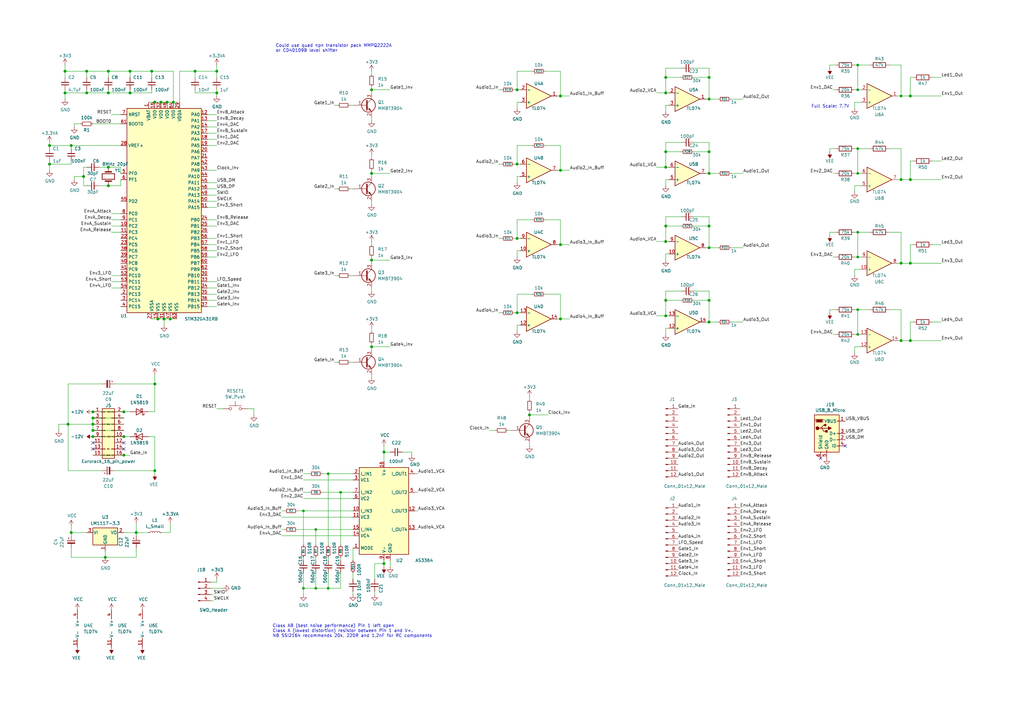
<source format=kicad_sch>
(kicad_sch (version 20210615) (generator eeschema)
  (paper "A3")
  (junction (at 20.32 59.69) (diameter 1.016))
  (junction (at 20.32 67.31) (diameter 1.016))
  (junction (at 26.67 29.21) (diameter 1.016))
  (junction (at 26.67 38.1) (diameter 1.016))
  (junction (at 27.94 173.99) (diameter 1.016))
  (junction (at 29.21 59.69) (diameter 1.016))
  (junction (at 29.21 218.44) (diameter 1.016))
  (junction (at 34.29 72.39) (diameter 1.016))
  (junction (at 35.56 29.21) (diameter 1.016))
  (junction (at 35.56 38.1) (diameter 1.016))
  (junction (at 38.1 168.91) (diameter 1.016))
  (junction (at 38.1 171.45) (diameter 1.016))
  (junction (at 38.1 173.99) (diameter 1.016))
  (junction (at 38.1 176.53) (diameter 1.016))
  (junction (at 38.1 179.07) (diameter 1.016))
  (junction (at 43.18 228.6) (diameter 1.016))
  (junction (at 44.45 29.21) (diameter 1.016))
  (junction (at 44.45 38.1) (diameter 1.016))
  (junction (at 44.45 68.58) (diameter 1.016))
  (junction (at 44.45 76.2) (diameter 1.016))
  (junction (at 50.8 168.91) (diameter 1.016))
  (junction (at 50.8 179.07) (diameter 1.016))
  (junction (at 50.8 186.69) (diameter 1.016))
  (junction (at 53.34 29.21) (diameter 1.016))
  (junction (at 53.34 38.1) (diameter 1.016))
  (junction (at 55.88 218.44) (diameter 1.016))
  (junction (at 62.23 29.21) (diameter 1.016))
  (junction (at 63.5 41.91) (diameter 1.016))
  (junction (at 63.5 157.48) (diameter 1.016))
  (junction (at 63.5 193.04) (diameter 1.016))
  (junction (at 64.77 130.81) (diameter 1.016))
  (junction (at 66.04 41.91) (diameter 1.016))
  (junction (at 67.31 130.81) (diameter 1.016))
  (junction (at 68.58 41.91) (diameter 1.016))
  (junction (at 69.85 130.81) (diameter 1.016))
  (junction (at 71.12 41.91) (diameter 1.016))
  (junction (at 80.01 29.21) (diameter 1.016))
  (junction (at 88.9 29.21) (diameter 1.016))
  (junction (at 88.9 38.1) (diameter 1.016))
  (junction (at 124.46 209.55) (diameter 0.9144))
  (junction (at 124.46 241.3) (diameter 0.9144))
  (junction (at 129.54 217.17) (diameter 0.9144))
  (junction (at 129.54 241.3) (diameter 0.9144))
  (junction (at 134.62 194.31) (diameter 0.9144))
  (junction (at 134.62 241.3) (diameter 0.9144))
  (junction (at 139.7 201.93) (diameter 0.9144))
  (junction (at 152.4 36.83) (diameter 1.016))
  (junction (at 152.4 71.12) (diameter 1.016))
  (junction (at 152.4 106.68) (diameter 1.016))
  (junction (at 152.4 142.24) (diameter 1.016))
  (junction (at 157.48 185.42) (diameter 1.016))
  (junction (at 157.48 231.14) (diameter 1.016))
  (junction (at 212.09 36.83) (diameter 1.016))
  (junction (at 212.09 67.31) (diameter 1.016))
  (junction (at 212.09 97.79) (diameter 1.016))
  (junction (at 212.09 128.27) (diameter 1.016))
  (junction (at 217.17 170.18) (diameter 1.016))
  (junction (at 229.87 39.37) (diameter 1.016))
  (junction (at 229.87 69.85) (diameter 1.016))
  (junction (at 229.87 100.33) (diameter 1.016))
  (junction (at 229.87 130.81) (diameter 1.016))
  (junction (at 273.05 31.75) (diameter 1.016))
  (junction (at 273.05 38.1) (diameter 1.016))
  (junction (at 273.05 62.23) (diameter 1.016))
  (junction (at 273.05 68.58) (diameter 1.016))
  (junction (at 273.05 92.71) (diameter 1.016))
  (junction (at 273.05 99.06) (diameter 1.016))
  (junction (at 273.05 123.19) (diameter 1.016))
  (junction (at 273.05 129.54) (diameter 1.016))
  (junction (at 290.83 31.75) (diameter 1.016))
  (junction (at 290.83 40.64) (diameter 1.016))
  (junction (at 290.83 62.23) (diameter 1.016))
  (junction (at 290.83 71.12) (diameter 1.016))
  (junction (at 290.83 92.71) (diameter 1.016))
  (junction (at 290.83 101.6) (diameter 1.016))
  (junction (at 290.83 123.19) (diameter 1.016))
  (junction (at 290.83 132.08) (diameter 1.016))
  (junction (at 351.79 26.67) (diameter 0.9144))
  (junction (at 351.79 36.83) (diameter 0.9144))
  (junction (at 351.79 60.96) (diameter 0.9144))
  (junction (at 351.79 71.12) (diameter 0.9144))
  (junction (at 351.79 95.25) (diameter 0.9144))
  (junction (at 351.79 105.41) (diameter 0.9144))
  (junction (at 351.79 127) (diameter 0.9144))
  (junction (at 351.79 137.16) (diameter 0.9144))
  (junction (at 369.57 39.37) (diameter 0.9144))
  (junction (at 369.57 73.66) (diameter 1.016))
  (junction (at 369.57 107.95) (diameter 1.016))
  (junction (at 369.57 139.7) (diameter 1.016))
  (junction (at 373.38 39.37) (diameter 1.016))
  (junction (at 373.38 73.66) (diameter 1.016))
  (junction (at 373.38 107.95) (diameter 1.016))
  (junction (at 373.38 139.7) (diameter 1.016))
  (no_connect (at 38.1 181.61))
  (no_connect (at 38.1 184.15))
  (no_connect (at 50.8 181.61))
  (no_connect (at 50.8 184.15))
  (no_connect (at 336.55 187.96))
  (no_connect (at 346.71 182.88))
  (wire (pts (xy 20.32 58.42) (xy 20.32 59.69)))
  (wire (pts (xy 20.32 59.69) (xy 29.21 59.69)))
  (wire (pts (xy 20.32 60.96) (xy 20.32 59.69)))
  (wire (pts (xy 20.32 66.04) (xy 20.32 67.31)))
  (wire (pts (xy 20.32 67.31) (xy 20.32 69.85)))
  (wire (pts (xy 20.32 67.31) (xy 29.21 67.31)))
  (wire (pts (xy 24.13 173.99) (xy 27.94 173.99)))
  (wire (pts (xy 24.13 176.53) (xy 24.13 173.99)))
  (wire (pts (xy 26.67 26.67) (xy 26.67 29.21)))
  (wire (pts (xy 26.67 29.21) (xy 35.56 29.21)))
  (wire (pts (xy 26.67 31.75) (xy 26.67 29.21)))
  (wire (pts (xy 26.67 36.83) (xy 26.67 38.1)))
  (wire (pts (xy 26.67 38.1) (xy 26.67 40.64)))
  (wire (pts (xy 26.67 38.1) (xy 35.56 38.1)))
  (wire (pts (xy 27.94 157.48) (xy 41.91 157.48)))
  (wire (pts (xy 27.94 173.99) (xy 27.94 157.48)))
  (wire (pts (xy 27.94 173.99) (xy 27.94 193.04)))
  (wire (pts (xy 27.94 173.99) (xy 38.1 173.99)))
  (wire (pts (xy 29.21 59.69) (xy 29.21 60.96)))
  (wire (pts (xy 29.21 59.69) (xy 49.53 59.69)))
  (wire (pts (xy 29.21 66.04) (xy 29.21 67.31)))
  (wire (pts (xy 29.21 215.9) (xy 29.21 218.44)))
  (wire (pts (xy 29.21 218.44) (xy 29.21 219.71)))
  (wire (pts (xy 29.21 218.44) (xy 35.56 218.44)))
  (wire (pts (xy 29.21 224.79) (xy 29.21 228.6)))
  (wire (pts (xy 29.21 228.6) (xy 43.18 228.6)))
  (wire (pts (xy 30.48 50.8) (xy 33.02 50.8)))
  (wire (pts (xy 30.48 52.07) (xy 30.48 50.8)))
  (wire (pts (xy 30.48 72.39) (xy 34.29 72.39)))
  (wire (pts (xy 30.48 73.66) (xy 30.48 72.39)))
  (wire (pts (xy 34.29 68.58) (xy 34.29 72.39)))
  (wire (pts (xy 34.29 68.58) (xy 35.56 68.58)))
  (wire (pts (xy 34.29 72.39) (xy 34.29 76.2)))
  (wire (pts (xy 34.29 76.2) (xy 35.56 76.2)))
  (wire (pts (xy 35.56 29.21) (xy 35.56 31.75)))
  (wire (pts (xy 35.56 29.21) (xy 44.45 29.21)))
  (wire (pts (xy 35.56 36.83) (xy 35.56 38.1)))
  (wire (pts (xy 35.56 38.1) (xy 44.45 38.1)))
  (wire (pts (xy 38.1 50.8) (xy 49.53 50.8)))
  (wire (pts (xy 38.1 168.91) (xy 50.8 168.91)))
  (wire (pts (xy 38.1 171.45) (xy 38.1 173.99)))
  (wire (pts (xy 38.1 171.45) (xy 50.8 171.45)))
  (wire (pts (xy 38.1 173.99) (xy 38.1 176.53)))
  (wire (pts (xy 38.1 173.99) (xy 50.8 173.99)))
  (wire (pts (xy 38.1 176.53) (xy 50.8 176.53)))
  (wire (pts (xy 38.1 179.07) (xy 50.8 179.07)))
  (wire (pts (xy 38.1 186.69) (xy 50.8 186.69)))
  (wire (pts (xy 40.64 68.58) (xy 44.45 68.58)))
  (wire (pts (xy 40.64 76.2) (xy 44.45 76.2)))
  (wire (pts (xy 41.91 193.04) (xy 27.94 193.04)))
  (wire (pts (xy 43.18 226.06) (xy 43.18 228.6)))
  (wire (pts (xy 43.18 228.6) (xy 55.88 228.6)))
  (wire (pts (xy 44.45 29.21) (xy 44.45 31.75)))
  (wire (pts (xy 44.45 29.21) (xy 53.34 29.21)))
  (wire (pts (xy 44.45 36.83) (xy 44.45 38.1)))
  (wire (pts (xy 44.45 38.1) (xy 53.34 38.1)))
  (wire (pts (xy 44.45 68.58) (xy 49.53 68.58)))
  (wire (pts (xy 44.45 76.2) (xy 49.53 76.2)))
  (wire (pts (xy 45.72 46.99) (xy 49.53 46.99)))
  (wire (pts (xy 45.72 113.03) (xy 49.53 113.03)))
  (wire (pts (xy 45.72 115.57) (xy 49.53 115.57)))
  (wire (pts (xy 45.72 118.11) (xy 49.53 118.11)))
  (wire (pts (xy 46.99 157.48) (xy 63.5 157.48)))
  (wire (pts (xy 49.53 71.12) (xy 49.53 68.58)))
  (wire (pts (xy 49.53 73.66) (xy 49.53 76.2)))
  (wire (pts (xy 49.53 87.63) (xy 45.72 87.63)))
  (wire (pts (xy 49.53 90.17) (xy 45.72 90.17)))
  (wire (pts (xy 49.53 92.71) (xy 45.72 92.71)))
  (wire (pts (xy 49.53 95.25) (xy 45.72 95.25)))
  (wire (pts (xy 50.8 168.91) (xy 53.34 168.91)))
  (wire (pts (xy 50.8 179.07) (xy 53.34 179.07)))
  (wire (pts (xy 50.8 186.69) (xy 53.34 186.69)))
  (wire (pts (xy 50.8 218.44) (xy 55.88 218.44)))
  (wire (pts (xy 53.34 29.21) (xy 53.34 31.75)))
  (wire (pts (xy 53.34 29.21) (xy 62.23 29.21)))
  (wire (pts (xy 53.34 36.83) (xy 53.34 38.1)))
  (wire (pts (xy 53.34 38.1) (xy 62.23 38.1)))
  (wire (pts (xy 55.88 218.44) (xy 55.88 214.63)))
  (wire (pts (xy 55.88 218.44) (xy 55.88 219.71)))
  (wire (pts (xy 55.88 218.44) (xy 60.96 218.44)))
  (wire (pts (xy 55.88 228.6) (xy 55.88 224.79)))
  (wire (pts (xy 60.96 41.91) (xy 63.5 41.91)))
  (wire (pts (xy 60.96 168.91) (xy 63.5 168.91)))
  (wire (pts (xy 60.96 179.07) (xy 63.5 179.07)))
  (wire (pts (xy 62.23 29.21) (xy 62.23 31.75)))
  (wire (pts (xy 62.23 29.21) (xy 71.12 29.21)))
  (wire (pts (xy 62.23 36.83) (xy 62.23 38.1)))
  (wire (pts (xy 62.23 130.81) (xy 64.77 130.81)))
  (wire (pts (xy 63.5 41.91) (xy 66.04 41.91)))
  (wire (pts (xy 63.5 153.67) (xy 63.5 157.48)))
  (wire (pts (xy 63.5 157.48) (xy 63.5 168.91)))
  (wire (pts (xy 63.5 179.07) (xy 63.5 193.04)))
  (wire (pts (xy 63.5 193.04) (xy 46.99 193.04)))
  (wire (pts (xy 63.5 193.04) (xy 63.5 194.31)))
  (wire (pts (xy 64.77 130.81) (xy 67.31 130.81)))
  (wire (pts (xy 66.04 41.91) (xy 68.58 41.91)))
  (wire (pts (xy 66.04 218.44) (xy 69.85 218.44)))
  (wire (pts (xy 67.31 130.81) (xy 67.31 133.35)))
  (wire (pts (xy 67.31 130.81) (xy 69.85 130.81)))
  (wire (pts (xy 68.58 41.91) (xy 71.12 41.91)))
  (wire (pts (xy 69.85 130.81) (xy 72.39 130.81)))
  (wire (pts (xy 69.85 218.44) (xy 69.85 214.63)))
  (wire (pts (xy 71.12 29.21) (xy 71.12 41.91)))
  (wire (pts (xy 73.66 29.21) (xy 73.66 41.91)))
  (wire (pts (xy 80.01 29.21) (xy 73.66 29.21)))
  (wire (pts (xy 80.01 29.21) (xy 88.9 29.21)))
  (wire (pts (xy 80.01 31.75) (xy 80.01 29.21)))
  (wire (pts (xy 80.01 36.83) (xy 80.01 38.1)))
  (wire (pts (xy 80.01 38.1) (xy 88.9 38.1)))
  (wire (pts (xy 85.09 46.99) (xy 88.9 46.99)))
  (wire (pts (xy 85.09 49.53) (xy 88.9 49.53)))
  (wire (pts (xy 85.09 52.07) (xy 88.9 52.07)))
  (wire (pts (xy 85.09 54.61) (xy 88.9 54.61)))
  (wire (pts (xy 85.09 57.15) (xy 88.9 57.15)))
  (wire (pts (xy 85.09 59.69) (xy 88.9 59.69)))
  (wire (pts (xy 85.09 69.85) (xy 88.9 69.85)))
  (wire (pts (xy 85.09 74.93) (xy 88.9 74.93)))
  (wire (pts (xy 85.09 77.47) (xy 88.9 77.47)))
  (wire (pts (xy 85.09 80.01) (xy 88.9 80.01)))
  (wire (pts (xy 85.09 82.55) (xy 88.9 82.55)))
  (wire (pts (xy 85.09 90.17) (xy 88.9 90.17)))
  (wire (pts (xy 85.09 92.71) (xy 88.9 92.71)))
  (wire (pts (xy 85.09 97.79) (xy 88.9 97.79)))
  (wire (pts (xy 85.09 100.33) (xy 88.9 100.33)))
  (wire (pts (xy 85.09 102.87) (xy 88.9 102.87)))
  (wire (pts (xy 85.09 105.41) (xy 88.9 105.41)))
  (wire (pts (xy 85.09 115.57) (xy 88.9 115.57)))
  (wire (pts (xy 85.09 118.11) (xy 88.9 118.11)))
  (wire (pts (xy 85.09 120.65) (xy 88.9 120.65)))
  (wire (pts (xy 85.09 123.19) (xy 88.9 123.19)))
  (wire (pts (xy 86.36 238.76) (xy 88.9 238.76)))
  (wire (pts (xy 86.36 241.3) (xy 91.44 241.3)))
  (wire (pts (xy 86.36 243.84) (xy 87.63 243.84)))
  (wire (pts (xy 87.63 246.38) (xy 86.36 246.38)))
  (wire (pts (xy 88.9 26.67) (xy 88.9 29.21)))
  (wire (pts (xy 88.9 29.21) (xy 88.9 31.75)))
  (wire (pts (xy 88.9 36.83) (xy 88.9 38.1)))
  (wire (pts (xy 88.9 38.1) (xy 88.9 39.37)))
  (wire (pts (xy 88.9 85.09) (xy 85.09 85.09)))
  (wire (pts (xy 88.9 125.73) (xy 85.09 125.73)))
  (wire (pts (xy 88.9 167.64) (xy 91.44 167.64)))
  (wire (pts (xy 88.9 238.76) (xy 88.9 237.49)))
  (wire (pts (xy 101.6 167.64) (xy 104.14 167.64)))
  (wire (pts (xy 104.14 167.64) (xy 104.14 170.18)))
  (wire (pts (xy 115.57 209.55) (xy 116.84 209.55)))
  (wire (pts (xy 115.57 212.09) (xy 144.78 212.09)))
  (wire (pts (xy 115.57 217.17) (xy 116.84 217.17)))
  (wire (pts (xy 115.57 219.71) (xy 144.78 219.71)))
  (wire (pts (xy 121.92 209.55) (xy 124.46 209.55)))
  (wire (pts (xy 121.92 217.17) (xy 129.54 217.17)))
  (wire (pts (xy 124.46 194.31) (xy 127 194.31)))
  (wire (pts (xy 124.46 196.85) (xy 144.78 196.85)))
  (wire (pts (xy 124.46 201.93) (xy 127 201.93)))
  (wire (pts (xy 124.46 204.47) (xy 144.78 204.47)))
  (wire (pts (xy 124.46 209.55) (xy 124.46 223.52)))
  (wire (pts (xy 124.46 209.55) (xy 144.78 209.55)))
  (wire (pts (xy 124.46 228.6) (xy 124.46 229.87)))
  (wire (pts (xy 124.46 234.95) (xy 124.46 241.3)))
  (wire (pts (xy 124.46 241.3) (xy 129.54 241.3)))
  (wire (pts (xy 124.46 243.84) (xy 124.46 241.3)))
  (wire (pts (xy 129.54 217.17) (xy 129.54 223.52)))
  (wire (pts (xy 129.54 217.17) (xy 144.78 217.17)))
  (wire (pts (xy 129.54 228.6) (xy 129.54 229.87)))
  (wire (pts (xy 129.54 234.95) (xy 129.54 241.3)))
  (wire (pts (xy 129.54 241.3) (xy 134.62 241.3)))
  (wire (pts (xy 132.08 194.31) (xy 134.62 194.31)))
  (wire (pts (xy 132.08 201.93) (xy 139.7 201.93)))
  (wire (pts (xy 134.62 194.31) (xy 134.62 223.52)))
  (wire (pts (xy 134.62 194.31) (xy 144.78 194.31)))
  (wire (pts (xy 134.62 228.6) (xy 134.62 229.87)))
  (wire (pts (xy 134.62 234.95) (xy 134.62 241.3)))
  (wire (pts (xy 134.62 241.3) (xy 139.7 241.3)))
  (wire (pts (xy 137.16 43.18) (xy 138.43 43.18)))
  (wire (pts (xy 137.16 77.47) (xy 138.43 77.47)))
  (wire (pts (xy 137.16 113.03) (xy 138.43 113.03)))
  (wire (pts (xy 137.16 148.59) (xy 138.43 148.59)))
  (wire (pts (xy 139.7 201.93) (xy 139.7 223.52)))
  (wire (pts (xy 139.7 201.93) (xy 144.78 201.93)))
  (wire (pts (xy 139.7 228.6) (xy 139.7 229.87)))
  (wire (pts (xy 139.7 234.95) (xy 139.7 241.3)))
  (wire (pts (xy 143.51 43.18) (xy 144.78 43.18)))
  (wire (pts (xy 143.51 77.47) (xy 144.78 77.47)))
  (wire (pts (xy 143.51 113.03) (xy 144.78 113.03)))
  (wire (pts (xy 143.51 148.59) (xy 144.78 148.59)))
  (wire (pts (xy 144.78 224.79) (xy 144.78 229.87)))
  (wire (pts (xy 144.78 234.95) (xy 144.78 237.49)))
  (wire (pts (xy 144.78 242.57) (xy 144.78 243.84)))
  (wire (pts (xy 152.4 29.21) (xy 152.4 30.48)))
  (wire (pts (xy 152.4 35.56) (xy 152.4 36.83)))
  (wire (pts (xy 152.4 36.83) (xy 152.4 38.1)))
  (wire (pts (xy 152.4 36.83) (xy 160.02 36.83)))
  (wire (pts (xy 152.4 48.26) (xy 152.4 49.53)))
  (wire (pts (xy 152.4 63.5) (xy 152.4 64.77)))
  (wire (pts (xy 152.4 69.85) (xy 152.4 71.12)))
  (wire (pts (xy 152.4 71.12) (xy 152.4 72.39)))
  (wire (pts (xy 152.4 71.12) (xy 160.02 71.12)))
  (wire (pts (xy 152.4 82.55) (xy 152.4 83.82)))
  (wire (pts (xy 152.4 99.06) (xy 152.4 100.33)))
  (wire (pts (xy 152.4 105.41) (xy 152.4 106.68)))
  (wire (pts (xy 152.4 106.68) (xy 152.4 107.95)))
  (wire (pts (xy 152.4 106.68) (xy 160.02 106.68)))
  (wire (pts (xy 152.4 118.11) (xy 152.4 119.38)))
  (wire (pts (xy 152.4 134.62) (xy 152.4 135.89)))
  (wire (pts (xy 152.4 140.97) (xy 152.4 142.24)))
  (wire (pts (xy 152.4 142.24) (xy 152.4 143.51)))
  (wire (pts (xy 152.4 142.24) (xy 160.02 142.24)))
  (wire (pts (xy 152.4 153.67) (xy 152.4 154.94)))
  (wire (pts (xy 153.67 231.14) (xy 153.67 237.49)))
  (wire (pts (xy 153.67 231.14) (xy 157.48 231.14)))
  (wire (pts (xy 153.67 243.84) (xy 153.67 242.57)))
  (wire (pts (xy 157.48 182.88) (xy 157.48 185.42)))
  (wire (pts (xy 157.48 185.42) (xy 157.48 189.23)))
  (wire (pts (xy 157.48 185.42) (xy 160.02 185.42)))
  (wire (pts (xy 157.48 229.87) (xy 157.48 231.14)))
  (wire (pts (xy 157.48 231.14) (xy 157.48 232.41)))
  (wire (pts (xy 160.02 229.87) (xy 160.02 232.41)))
  (wire (pts (xy 168.91 185.42) (xy 165.1 185.42)))
  (wire (pts (xy 168.91 186.69) (xy 168.91 185.42)))
  (wire (pts (xy 170.18 194.31) (xy 171.45 194.31)))
  (wire (pts (xy 170.18 201.93) (xy 171.45 201.93)))
  (wire (pts (xy 170.18 209.55) (xy 171.45 209.55)))
  (wire (pts (xy 170.18 217.17) (xy 171.45 217.17)))
  (wire (pts (xy 200.66 176.53) (xy 203.2 176.53)))
  (wire (pts (xy 204.47 36.83) (xy 205.74 36.83)))
  (wire (pts (xy 204.47 67.31) (xy 205.74 67.31)))
  (wire (pts (xy 204.47 97.79) (xy 205.74 97.79)))
  (wire (pts (xy 204.47 128.27) (xy 205.74 128.27)))
  (wire (pts (xy 208.28 176.53) (xy 209.55 176.53)))
  (wire (pts (xy 210.82 36.83) (xy 212.09 36.83)))
  (wire (pts (xy 210.82 67.31) (xy 212.09 67.31)))
  (wire (pts (xy 210.82 97.79) (xy 212.09 97.79)))
  (wire (pts (xy 210.82 128.27) (xy 212.09 128.27)))
  (wire (pts (xy 212.09 29.21) (xy 212.09 36.83)))
  (wire (pts (xy 212.09 29.21) (xy 218.44 29.21)))
  (wire (pts (xy 212.09 36.83) (xy 213.36 36.83)))
  (wire (pts (xy 212.09 41.91) (xy 212.09 44.45)))
  (wire (pts (xy 212.09 59.69) (xy 212.09 67.31)))
  (wire (pts (xy 212.09 59.69) (xy 218.44 59.69)))
  (wire (pts (xy 212.09 67.31) (xy 213.36 67.31)))
  (wire (pts (xy 212.09 72.39) (xy 212.09 74.93)))
  (wire (pts (xy 212.09 90.17) (xy 212.09 97.79)))
  (wire (pts (xy 212.09 90.17) (xy 218.44 90.17)))
  (wire (pts (xy 212.09 97.79) (xy 213.36 97.79)))
  (wire (pts (xy 212.09 102.87) (xy 212.09 105.41)))
  (wire (pts (xy 212.09 120.65) (xy 212.09 128.27)))
  (wire (pts (xy 212.09 120.65) (xy 218.44 120.65)))
  (wire (pts (xy 212.09 128.27) (xy 213.36 128.27)))
  (wire (pts (xy 212.09 133.35) (xy 212.09 135.89)))
  (wire (pts (xy 213.36 41.91) (xy 212.09 41.91)))
  (wire (pts (xy 213.36 72.39) (xy 212.09 72.39)))
  (wire (pts (xy 213.36 102.87) (xy 212.09 102.87)))
  (wire (pts (xy 213.36 133.35) (xy 212.09 133.35)))
  (wire (pts (xy 217.17 162.56) (xy 217.17 163.83)))
  (wire (pts (xy 217.17 168.91) (xy 217.17 170.18)))
  (wire (pts (xy 217.17 170.18) (xy 217.17 171.45)))
  (wire (pts (xy 217.17 170.18) (xy 224.79 170.18)))
  (wire (pts (xy 217.17 181.61) (xy 217.17 182.88)))
  (wire (pts (xy 228.6 39.37) (xy 229.87 39.37)))
  (wire (pts (xy 228.6 69.85) (xy 229.87 69.85)))
  (wire (pts (xy 228.6 100.33) (xy 229.87 100.33)))
  (wire (pts (xy 228.6 130.81) (xy 229.87 130.81)))
  (wire (pts (xy 229.87 29.21) (xy 223.52 29.21)))
  (wire (pts (xy 229.87 29.21) (xy 229.87 39.37)))
  (wire (pts (xy 229.87 39.37) (xy 233.68 39.37)))
  (wire (pts (xy 229.87 59.69) (xy 223.52 59.69)))
  (wire (pts (xy 229.87 59.69) (xy 229.87 69.85)))
  (wire (pts (xy 229.87 69.85) (xy 233.68 69.85)))
  (wire (pts (xy 229.87 90.17) (xy 223.52 90.17)))
  (wire (pts (xy 229.87 90.17) (xy 229.87 100.33)))
  (wire (pts (xy 229.87 100.33) (xy 233.68 100.33)))
  (wire (pts (xy 229.87 120.65) (xy 223.52 120.65)))
  (wire (pts (xy 229.87 120.65) (xy 229.87 130.81)))
  (wire (pts (xy 229.87 130.81) (xy 233.68 130.81)))
  (wire (pts (xy 269.24 38.1) (xy 273.05 38.1)))
  (wire (pts (xy 269.24 68.58) (xy 273.05 68.58)))
  (wire (pts (xy 269.24 99.06) (xy 273.05 99.06)))
  (wire (pts (xy 269.24 129.54) (xy 273.05 129.54)))
  (wire (pts (xy 273.05 27.94) (xy 273.05 31.75)))
  (wire (pts (xy 273.05 31.75) (xy 273.05 38.1)))
  (wire (pts (xy 273.05 31.75) (xy 279.4 31.75)))
  (wire (pts (xy 273.05 38.1) (xy 274.32 38.1)))
  (wire (pts (xy 273.05 43.18) (xy 273.05 45.72)))
  (wire (pts (xy 273.05 58.42) (xy 273.05 62.23)))
  (wire (pts (xy 273.05 62.23) (xy 273.05 68.58)))
  (wire (pts (xy 273.05 62.23) (xy 279.4 62.23)))
  (wire (pts (xy 273.05 68.58) (xy 274.32 68.58)))
  (wire (pts (xy 273.05 73.66) (xy 273.05 76.2)))
  (wire (pts (xy 273.05 88.9) (xy 273.05 92.71)))
  (wire (pts (xy 273.05 92.71) (xy 273.05 99.06)))
  (wire (pts (xy 273.05 92.71) (xy 279.4 92.71)))
  (wire (pts (xy 273.05 99.06) (xy 274.32 99.06)))
  (wire (pts (xy 273.05 104.14) (xy 273.05 106.68)))
  (wire (pts (xy 273.05 119.38) (xy 273.05 123.19)))
  (wire (pts (xy 273.05 123.19) (xy 273.05 129.54)))
  (wire (pts (xy 273.05 123.19) (xy 279.4 123.19)))
  (wire (pts (xy 273.05 129.54) (xy 274.32 129.54)))
  (wire (pts (xy 273.05 134.62) (xy 273.05 137.16)))
  (wire (pts (xy 274.32 43.18) (xy 273.05 43.18)))
  (wire (pts (xy 274.32 73.66) (xy 273.05 73.66)))
  (wire (pts (xy 274.32 104.14) (xy 273.05 104.14)))
  (wire (pts (xy 274.32 134.62) (xy 273.05 134.62)))
  (wire (pts (xy 279.4 27.94) (xy 273.05 27.94)))
  (wire (pts (xy 279.4 58.42) (xy 273.05 58.42)))
  (wire (pts (xy 279.4 88.9) (xy 273.05 88.9)))
  (wire (pts (xy 279.4 119.38) (xy 273.05 119.38)))
  (wire (pts (xy 284.48 27.94) (xy 290.83 27.94)))
  (wire (pts (xy 284.48 58.42) (xy 290.83 58.42)))
  (wire (pts (xy 284.48 88.9) (xy 290.83 88.9)))
  (wire (pts (xy 284.48 119.38) (xy 290.83 119.38)))
  (wire (pts (xy 289.56 40.64) (xy 290.83 40.64)))
  (wire (pts (xy 289.56 71.12) (xy 290.83 71.12)))
  (wire (pts (xy 289.56 101.6) (xy 290.83 101.6)))
  (wire (pts (xy 289.56 132.08) (xy 290.83 132.08)))
  (wire (pts (xy 290.83 27.94) (xy 290.83 31.75)))
  (wire (pts (xy 290.83 31.75) (xy 284.48 31.75)))
  (wire (pts (xy 290.83 31.75) (xy 290.83 40.64)))
  (wire (pts (xy 290.83 40.64) (xy 294.64 40.64)))
  (wire (pts (xy 290.83 58.42) (xy 290.83 62.23)))
  (wire (pts (xy 290.83 62.23) (xy 284.48 62.23)))
  (wire (pts (xy 290.83 62.23) (xy 290.83 71.12)))
  (wire (pts (xy 290.83 71.12) (xy 294.64 71.12)))
  (wire (pts (xy 290.83 88.9) (xy 290.83 92.71)))
  (wire (pts (xy 290.83 92.71) (xy 284.48 92.71)))
  (wire (pts (xy 290.83 92.71) (xy 290.83 101.6)))
  (wire (pts (xy 290.83 101.6) (xy 294.64 101.6)))
  (wire (pts (xy 290.83 119.38) (xy 290.83 123.19)))
  (wire (pts (xy 290.83 123.19) (xy 284.48 123.19)))
  (wire (pts (xy 290.83 123.19) (xy 290.83 132.08)))
  (wire (pts (xy 290.83 132.08) (xy 294.64 132.08)))
  (wire (pts (xy 299.72 40.64) (xy 304.8 40.64)))
  (wire (pts (xy 299.72 71.12) (xy 304.8 71.12)))
  (wire (pts (xy 299.72 101.6) (xy 304.8 101.6)))
  (wire (pts (xy 299.72 132.08) (xy 304.8 132.08)))
  (wire (pts (xy 340.36 26.67) (xy 340.36 27.94)))
  (wire (pts (xy 340.36 26.67) (xy 342.9 26.67)))
  (wire (pts (xy 340.36 60.96) (xy 340.36 62.23)))
  (wire (pts (xy 340.36 60.96) (xy 342.9 60.96)))
  (wire (pts (xy 340.36 95.25) (xy 340.36 96.52)))
  (wire (pts (xy 340.36 95.25) (xy 342.9 95.25)))
  (wire (pts (xy 340.36 127) (xy 340.36 128.27)))
  (wire (pts (xy 340.36 127) (xy 342.9 127)))
  (wire (pts (xy 341.63 36.83) (xy 342.9 36.83)))
  (wire (pts (xy 341.63 71.12) (xy 342.9 71.12)))
  (wire (pts (xy 341.63 105.41) (xy 342.9 105.41)))
  (wire (pts (xy 341.63 137.16) (xy 342.9 137.16)))
  (wire (pts (xy 350.52 26.67) (xy 351.79 26.67)))
  (wire (pts (xy 350.52 36.83) (xy 351.79 36.83)))
  (wire (pts (xy 350.52 41.91) (xy 350.52 44.45)))
  (wire (pts (xy 350.52 60.96) (xy 351.79 60.96)))
  (wire (pts (xy 350.52 71.12) (xy 351.79 71.12)))
  (wire (pts (xy 350.52 76.2) (xy 350.52 78.74)))
  (wire (pts (xy 350.52 95.25) (xy 351.79 95.25)))
  (wire (pts (xy 350.52 105.41) (xy 351.79 105.41)))
  (wire (pts (xy 350.52 110.49) (xy 350.52 113.03)))
  (wire (pts (xy 350.52 127) (xy 351.79 127)))
  (wire (pts (xy 350.52 137.16) (xy 351.79 137.16)))
  (wire (pts (xy 350.52 142.24) (xy 350.52 144.78)))
  (wire (pts (xy 351.79 26.67) (xy 351.79 36.83)))
  (wire (pts (xy 351.79 36.83) (xy 353.06 36.83)))
  (wire (pts (xy 351.79 60.96) (xy 351.79 71.12)))
  (wire (pts (xy 351.79 71.12) (xy 353.06 71.12)))
  (wire (pts (xy 351.79 95.25) (xy 351.79 105.41)))
  (wire (pts (xy 351.79 105.41) (xy 353.06 105.41)))
  (wire (pts (xy 351.79 127) (xy 351.79 137.16)))
  (wire (pts (xy 351.79 137.16) (xy 353.06 137.16)))
  (wire (pts (xy 353.06 41.91) (xy 350.52 41.91)))
  (wire (pts (xy 353.06 76.2) (xy 350.52 76.2)))
  (wire (pts (xy 353.06 110.49) (xy 350.52 110.49)))
  (wire (pts (xy 353.06 142.24) (xy 350.52 142.24)))
  (wire (pts (xy 356.87 26.67) (xy 351.79 26.67)))
  (wire (pts (xy 356.87 60.96) (xy 351.79 60.96)))
  (wire (pts (xy 356.87 95.25) (xy 351.79 95.25)))
  (wire (pts (xy 356.87 127) (xy 351.79 127)))
  (wire (pts (xy 364.49 26.67) (xy 369.57 26.67)))
  (wire (pts (xy 364.49 60.96) (xy 369.57 60.96)))
  (wire (pts (xy 364.49 95.25) (xy 369.57 95.25)))
  (wire (pts (xy 364.49 127) (xy 369.57 127)))
  (wire (pts (xy 368.3 39.37) (xy 369.57 39.37)))
  (wire (pts (xy 368.3 73.66) (xy 369.57 73.66)))
  (wire (pts (xy 368.3 107.95) (xy 369.57 107.95)))
  (wire (pts (xy 368.3 139.7) (xy 369.57 139.7)))
  (wire (pts (xy 369.57 26.67) (xy 369.57 39.37)))
  (wire (pts (xy 369.57 39.37) (xy 373.38 39.37)))
  (wire (pts (xy 369.57 60.96) (xy 369.57 73.66)))
  (wire (pts (xy 369.57 73.66) (xy 373.38 73.66)))
  (wire (pts (xy 369.57 95.25) (xy 369.57 107.95)))
  (wire (pts (xy 369.57 107.95) (xy 373.38 107.95)))
  (wire (pts (xy 369.57 127) (xy 369.57 139.7)))
  (wire (pts (xy 369.57 139.7) (xy 373.38 139.7)))
  (wire (pts (xy 373.38 31.75) (xy 373.38 39.37)))
  (wire (pts (xy 373.38 31.75) (xy 374.65 31.75)))
  (wire (pts (xy 373.38 39.37) (xy 386.08 39.37)))
  (wire (pts (xy 373.38 66.04) (xy 373.38 73.66)))
  (wire (pts (xy 373.38 66.04) (xy 374.65 66.04)))
  (wire (pts (xy 373.38 73.66) (xy 386.08 73.66)))
  (wire (pts (xy 373.38 100.33) (xy 373.38 107.95)))
  (wire (pts (xy 373.38 100.33) (xy 374.65 100.33)))
  (wire (pts (xy 373.38 107.95) (xy 386.08 107.95)))
  (wire (pts (xy 373.38 132.08) (xy 373.38 139.7)))
  (wire (pts (xy 373.38 132.08) (xy 374.65 132.08)))
  (wire (pts (xy 373.38 139.7) (xy 386.08 139.7)))
  (wire (pts (xy 382.27 31.75) (xy 386.08 31.75)))
  (wire (pts (xy 382.27 66.04) (xy 386.08 66.04)))
  (wire (pts (xy 382.27 100.33) (xy 386.08 100.33)))
  (wire (pts (xy 382.27 132.08) (xy 386.08 132.08)))
  (text "Class AB (best noise performance) Pin 1 left open\nClass A (lowest distortion) resistor between Pin 1 and V+.\nNB SSI2164 recommends 20k, 220R and 1.2nF for RC components" (at 111.76 261.62 0) (effects (font (size 1.27 1.27)) (justify left bottom)))
  (text "Could use quad npn transistor pack MMPQ2222A\nor CD40109B level shifter" (at 113.03 21.59 0) (effects (font (size 1.27 1.27)) (justify left bottom)))
  (text "Full Scale: 7.7V" (at 332.74 44.45 0) (effects (font (size 1.27 1.27)) (justify left bottom)))
  (label "BOOT0" (at 39.37 50.8 0))
  (label "RESET" (at 45.72 46.99 180))
  (label "EnvA_Attack" (at 45.72 87.63 180))
  (label "EnvA_Decay" (at 45.72 90.17 180))
  (label "EnvA_Sustain" (at 45.72 92.71 180))
  (label "EnvA_Release" (at 45.72 95.25 180))
  (label "Env3_LFO" (at 45.72 113.03 180))
  (label "Env4_Short" (at 45.72 115.57 180))
  (label "Env4_LFO" (at 45.72 118.11 180))
  (label "Gate_In" (at 53.34 186.69 0))
  (label "SWIO" (at 87.63 243.84 0))
  (label "SWCLK" (at 87.63 246.38 0))
  (label "EnvB_Attack" (at 88.9 46.99 0))
  (label "EnvB_Decay" (at 88.9 49.53 0))
  (label "Env4_DAC" (at 88.9 52.07 0))
  (label "EnvB_Sustain" (at 88.9 54.61 0))
  (label "Env1_DAC" (at 88.9 57.15 0))
  (label "Env2_DAC" (at 88.9 59.69 0))
  (label "Clock_Inv" (at 88.9 69.85 0))
  (label "USB_DM" (at 88.9 74.93 0))
  (label "USB_DP" (at 88.9 77.47 0))
  (label "SWIO" (at 88.9 80.01 0))
  (label "SWCLK" (at 88.9 82.55 0))
  (label "Env3_Short" (at 88.9 85.09 0))
  (label "EnvB_Release" (at 88.9 90.17 0))
  (label "Env3_DAC" (at 88.9 92.71 0))
  (label "Env1_Short" (at 88.9 97.79 0))
  (label "Env1_LFO" (at 88.9 100.33 0))
  (label "Env2_Short" (at 88.9 102.87 0))
  (label "Env2_LFO" (at 88.9 105.41 0))
  (label "LFO_Speed" (at 88.9 115.57 0))
  (label "Gate1_Inv" (at 88.9 118.11 0))
  (label "Gate2_Inv" (at 88.9 120.65 0))
  (label "Gate3_Inv" (at 88.9 123.19 0))
  (label "Gate4_Inv" (at 88.9 125.73 0))
  (label "RESET" (at 88.9 167.64 180))
  (label "Audio3_In_Buff" (at 115.57 209.55 180))
  (label "Env3_DAC" (at 115.57 212.09 180))
  (label "Audio4_In_Buff" (at 115.57 217.17 180))
  (label "Env4_DAC" (at 115.57 219.71 180))
  (label "Audio1_In_Buff" (at 124.46 194.31 180))
  (label "Env1_DAC" (at 124.46 196.85 180))
  (label "Audio2_In_Buff" (at 124.46 201.93 180))
  (label "Env2_DAC" (at 124.46 204.47 180))
  (label "Gate1_In" (at 137.16 43.18 180))
  (label "Gate2_In" (at 137.16 77.47 180))
  (label "Gate3_In" (at 137.16 113.03 180))
  (label "Gate4_In" (at 137.16 148.59 180))
  (label "Gate1_Inv" (at 160.02 36.83 0))
  (label "Gate2_Inv" (at 160.02 71.12 0))
  (label "Gate3_Inv" (at 160.02 106.68 0))
  (label "Gate4_Inv" (at 160.02 142.24 0))
  (label "Audio1_VCA" (at 171.45 194.31 0))
  (label "Audio2_VCA" (at 171.45 201.93 0))
  (label "Audio3_VCA" (at 171.45 209.55 0))
  (label "Audio4_VCA" (at 171.45 217.17 0))
  (label "Clock_In" (at 200.66 176.53 180))
  (label "Audio1_In" (at 204.47 36.83 180))
  (label "Audio2_In" (at 204.47 67.31 180))
  (label "Audio3_In" (at 204.47 97.79 180))
  (label "Audio4_In" (at 204.47 128.27 180))
  (label "Clock_Inv" (at 224.79 170.18 0))
  (label "Audio1_In_Buff" (at 233.68 39.37 0))
  (label "Audio2_In_Buff" (at 233.68 69.85 0))
  (label "Audio3_In_Buff" (at 233.68 100.33 0))
  (label "Audio4_In_Buff" (at 233.68 130.81 0))
  (label "Audio2_VCA" (at 269.24 38.1 180))
  (label "Audio1_VCA" (at 269.24 68.58 180))
  (label "Audio4_VCA" (at 269.24 99.06 180))
  (label "Audio3_VCA" (at 269.24 129.54 180))
  (label "Gate_In" (at 278.13 167.64 0))
  (label "Audio4_Out" (at 278.13 182.88 0))
  (label "Audio3_Out" (at 278.13 185.42 0))
  (label "Audio2_Out" (at 278.13 187.96 0))
  (label "Audio1_Out" (at 278.13 195.58 0))
  (label "Audio1_In" (at 278.13 208.28 0))
  (label "Audio2_In" (at 278.13 213.36 0))
  (label "Audio3_In" (at 278.13 215.9 0))
  (label "Audio4_In" (at 278.13 220.98 0))
  (label "LFO_Speed" (at 278.13 223.52 0))
  (label "Gate1_In" (at 278.13 226.06 0))
  (label "Gate2_In" (at 278.13 228.6 0))
  (label "Gate3_In" (at 278.13 231.14 0))
  (label "Gate4_In" (at 278.13 233.68 0))
  (label "Clock_In" (at 278.13 236.22 0))
  (label "Led1_Out" (at 303.53 172.72 0))
  (label "Env1_Out" (at 303.53 175.26 0))
  (label "Led2_Out" (at 303.53 177.8 0))
  (label "Led4_Out" (at 303.53 180.34 0))
  (label "Env3_Out" (at 303.53 182.88 0))
  (label "Led3_Out" (at 303.53 185.42 0))
  (label "EnvB_Release" (at 303.53 187.96 0))
  (label "EnvB_Sustain" (at 303.53 190.5 0))
  (label "EnvB_Decay" (at 303.53 193.04 0))
  (label "EnvB_Attack" (at 303.53 195.58 0))
  (label "EnvA_Attack" (at 303.53 208.28 0))
  (label "EnvA_Decay" (at 303.53 210.82 0))
  (label "EnvA_Sustain" (at 303.53 213.36 0))
  (label "EnvA_Release" (at 303.53 215.9 0))
  (label "Env2_LFO" (at 303.53 218.44 0))
  (label "Env2_Short" (at 303.53 220.98 0))
  (label "Env1_LFO" (at 303.53 223.52 0))
  (label "Env1_Short" (at 303.53 226.06 0))
  (label "Env4_LFO" (at 303.53 228.6 0))
  (label "Env4_Short" (at 303.53 231.14 0))
  (label "Env3_LFO" (at 303.53 233.68 0))
  (label "Env3_Short" (at 303.53 236.22 0))
  (label "Audio2_Out" (at 304.8 40.64 0))
  (label "Audio1_Out" (at 304.8 71.12 0))
  (label "Audio4_Out" (at 304.8 101.6 0))
  (label "Audio3_Out" (at 304.8 132.08 0))
  (label "Env1_DAC" (at 341.63 36.83 180))
  (label "Env2_DAC" (at 341.63 71.12 180))
  (label "Env3_DAC" (at 341.63 105.41 180))
  (label "Env4_DAC" (at 341.63 137.16 180))
  (label "USB_VBUS" (at 346.71 172.72 0))
  (label "USB_DP" (at 346.71 177.8 0))
  (label "USB_DM" (at 346.71 180.34 0))
  (label "Led1_Out" (at 386.08 31.75 0))
  (label "Env1_Out" (at 386.08 39.37 0))
  (label "Led2_Out" (at 386.08 66.04 0))
  (label "Env2_Out" (at 386.08 73.66 0))
  (label "Led3_Out" (at 386.08 100.33 0))
  (label "Env3_Out" (at 386.08 107.95 0))
  (label "Led4_Out" (at 386.08 132.08 0))
  (label "Env4_Out" (at 386.08 139.7 0))
  (symbol (lib_id "power:+3.3VA") (at 20.32 58.42 0) (unit 1)
    (property "Reference" "#PWR01" (effects hide))
    (property "Value" "+3.3VA" (at 20.32 54.61 0))
  )
  (symbol (lib_id "power:+3.3V") (at 26.67 26.67 0) (unit 1)
    (property "Reference" "#PWR04" (effects hide))
    (property "Value" "+3.3V" (at 26.67 22.86 0))
  )
  (symbol (lib_id "power:VCC") (at 29.21 215.9 0) (unit 1)
    (property "Reference" "#PWR06" (effects hide))
    (property "Value" "VCC" (at 29.591 211.5058 0))
  )
  (symbol (lib_id "power:VCC") (at 31.75 250.19 0) (unit 1)
    (property "Reference" "#PWR08" (effects hide))
    (property "Value" "VCC" (at 32.131 245.7958 0))
  )
  (symbol (lib_id "power:VEE") (at 31.75 265.43 180) (unit 1)
    (property "Reference" "#PWR09" (effects hide))
    (property "Value" "VEE" (at 31.369 269.8242 0))
  )
  (symbol (lib_id "power:+12V") (at 38.1 168.91 90) (unit 1)
    (property "Reference" "#PWR011" (effects hide))
    (property "Value" "+12V" (at 34.29 168.91 90) (effects (justify left)))
  )
  (symbol (lib_id "power:-12V") (at 38.1 179.07 90) (unit 1)
    (property "Reference" "#PWR012" (effects hide))
    (property "Value" "-12V" (at 34.29 179.07 90) (effects (justify left)))
  )
  (symbol (lib_id "power:VCC") (at 45.72 250.19 0) (unit 1)
    (property "Reference" "#PWR014" (effects hide))
    (property "Value" "VCC" (at 46.101 245.7958 0))
  )
  (symbol (lib_id "power:VEE") (at 45.72 265.43 180) (unit 1)
    (property "Reference" "#PWR015" (effects hide))
    (property "Value" "VEE" (at 45.339 269.8242 0))
  )
  (symbol (lib_id "power:+3.3V") (at 55.88 214.63 0) (unit 1)
    (property "Reference" "#PWR016" (effects hide))
    (property "Value" "+3.3V" (at 55.88 210.82 0))
  )
  (symbol (lib_id "power:VCC") (at 58.42 250.19 0) (unit 1)
    (property "Reference" "#PWR017" (effects hide))
    (property "Value" "VCC" (at 58.801 245.7958 0))
  )
  (symbol (lib_id "power:VEE") (at 58.42 265.43 180) (unit 1)
    (property "Reference" "#PWR018" (effects hide))
    (property "Value" "VEE" (at 58.039 269.8242 0))
  )
  (symbol (lib_id "power:VCC") (at 63.5 153.67 0) (unit 1)
    (property "Reference" "#PWR019" (effects hide))
    (property "Value" "VCC" (at 63.881 149.2758 0))
  )
  (symbol (lib_id "power:VEE") (at 63.5 194.31 180) (unit 1)
    (property "Reference" "#PWR020" (effects hide))
    (property "Value" "VEE" (at 63.119 198.7042 0))
  )
  (symbol (lib_id "power:+3.3VA") (at 69.85 214.63 0) (unit 1)
    (property "Reference" "#PWR022" (effects hide))
    (property "Value" "+3.3VA" (at 69.85 210.82 0))
  )
  (symbol (lib_id "power:+3.3VA") (at 88.9 26.67 0) (unit 1)
    (property "Reference" "#PWR023" (effects hide))
    (property "Value" "+3.3VA" (at 88.9 22.86 0))
  )
  (symbol (lib_id "power:+3.3V") (at 88.9 237.49 0) (unit 1)
    (property "Reference" "#PWR0100" (effects hide))
    (property "Value" "+3.3V" (at 86.36 233.68 0) (effects (justify left)))
  )
  (symbol (lib_id "power:+3.3V") (at 152.4 29.21 0) (unit 1)
    (property "Reference" "#PWR032" (effects hide))
    (property "Value" "+3.3V" (at 152.4 25.4 0))
  )
  (symbol (lib_id "power:+3.3V") (at 152.4 63.5 0) (unit 1)
    (property "Reference" "#PWR034" (effects hide))
    (property "Value" "+3.3V" (at 152.4 59.69 0))
  )
  (symbol (lib_id "power:+3.3V") (at 152.4 99.06 0) (unit 1)
    (property "Reference" "#PWR036" (effects hide))
    (property "Value" "+3.3V" (at 152.4 95.25 0))
  )
  (symbol (lib_id "power:+3.3V") (at 152.4 134.62 0) (unit 1)
    (property "Reference" "#PWR038" (effects hide))
    (property "Value" "+3.3V" (at 152.4 130.81 0))
  )
  (symbol (lib_id "power:VCC") (at 157.48 182.88 0) (unit 1)
    (property "Reference" "#PWR041" (effects hide))
    (property "Value" "VCC" (at 157.9118 178.4858 0))
  )
  (symbol (lib_id "power:VEE") (at 157.48 232.41 180) (unit 1)
    (property "Reference" "#PWR042" (effects hide))
    (property "Value" "VEE" (at 156.21 236.22 0))
  )
  (symbol (lib_id "power:+3.3V") (at 217.17 162.56 0) (unit 1)
    (property "Reference" "#PWR027" (effects hide))
    (property "Value" "+3.3V" (at 217.17 158.75 0))
  )
  (symbol (lib_id "power:VEE") (at 340.36 27.94 180) (unit 1)
    (property "Reference" "#PWR083" (effects hide))
    (property "Value" "VEE" (at 340.36 31.75 0))
  )
  (symbol (lib_id "power:VEE") (at 340.36 62.23 180) (unit 1)
    (property "Reference" "#PWR084" (effects hide))
    (property "Value" "VEE" (at 340.36 66.04 0))
  )
  (symbol (lib_id "power:VEE") (at 340.36 96.52 180) (unit 1)
    (property "Reference" "#PWR085" (effects hide))
    (property "Value" "VEE" (at 340.36 100.33 0))
  )
  (symbol (lib_id "power:VEE") (at 340.36 128.27 180) (unit 1)
    (property "Reference" "#PWR086" (effects hide))
    (property "Value" "VEE" (at 340.36 132.08 0))
  )
  (symbol (lib_id "Device:L_Small") (at 63.5 218.44 90) (unit 1)
    (property "Reference" "L1" (at 63.5 213.36 90))
    (property "Value" "L_Small" (at 63.5 215.9 90))
    (property "Footprint" "Inductor_SMD:L_0805_2012Metric_Pad1.05x1.20mm_HandSolder" (effects hide))
  )
  (symbol (lib_id "power:GND") (at 20.32 69.85 0) (unit 1)
    (property "Reference" "#PWR02" (effects hide))
    (property "Value" "GND" (at 20.447 74.2442 0))
  )
  (symbol (lib_id "power:GND") (at 24.13 176.53 0) (unit 1)
    (property "Reference" "#PWR03" (effects hide))
    (property "Value" "GND" (at 24.257 180.9242 0))
  )
  (symbol (lib_id "power:GND") (at 26.67 40.64 0) (unit 1)
    (property "Reference" "#PWR05" (effects hide))
    (property "Value" "GND" (at 26.797 45.0342 0))
  )
  (symbol (lib_id "power:GND") (at 30.48 52.07 0) (unit 1)
    (property "Reference" "#PWR010" (effects hide))
    (property "Value" "GND" (at 30.607 56.4642 0))
  )
  (symbol (lib_id "power:GND") (at 30.48 73.66 0) (unit 1)
    (property "Reference" "#PWR07" (effects hide))
    (property "Value" "GND" (at 30.607 78.0542 0))
  )
  (symbol (lib_id "power:GND") (at 43.18 228.6 0) (unit 1)
    (property "Reference" "#PWR013" (effects hide))
    (property "Value" "GND" (at 43.307 232.9942 0))
  )
  (symbol (lib_id "power:GND") (at 67.31 133.35 0) (unit 1)
    (property "Reference" "#PWR021" (effects hide))
    (property "Value" "GND" (at 67.437 137.7442 0))
  )
  (symbol (lib_id "power:GND") (at 88.9 39.37 0) (unit 1)
    (property "Reference" "#PWR024" (effects hide))
    (property "Value" "GND" (at 89.027 43.7642 0))
  )
  (symbol (lib_id "power:GND") (at 91.44 241.3 90) (unit 1)
    (property "Reference" "#PWR0101" (effects hide))
    (property "Value" "GND" (at 94.6912 241.173 90) (effects (justify right)))
  )
  (symbol (lib_id "power:GND") (at 104.14 170.18 0) (unit 1)
    (property "Reference" "#PWR025" (effects hide))
    (property "Value" "GND" (at 104.267 174.5742 0))
  )
  (symbol (lib_id "power:GND") (at 124.46 243.84 0) (unit 1)
    (property "Reference" "#PWR026" (effects hide))
    (property "Value" "GND" (at 124.587 248.2342 0))
  )
  (symbol (lib_id "power:GND") (at 144.78 243.84 0) (unit 1)
    (property "Reference" "#PWR031" (effects hide))
    (property "Value" "GND" (at 144.907 248.2342 0))
  )
  (symbol (lib_id "power:GND") (at 152.4 49.53 0) (unit 1)
    (property "Reference" "#PWR033" (effects hide))
    (property "Value" "GND" (at 152.527 53.9242 0))
  )
  (symbol (lib_id "power:GND") (at 152.4 83.82 0) (unit 1)
    (property "Reference" "#PWR035" (effects hide))
    (property "Value" "GND" (at 152.527 88.2142 0))
  )
  (symbol (lib_id "power:GND") (at 152.4 119.38 0) (unit 1)
    (property "Reference" "#PWR037" (effects hide))
    (property "Value" "GND" (at 152.527 123.7742 0))
  )
  (symbol (lib_id "power:GND") (at 152.4 154.94 0) (unit 1)
    (property "Reference" "#PWR039" (effects hide))
    (property "Value" "GND" (at 152.527 159.3342 0))
  )
  (symbol (lib_id "power:GND") (at 153.67 243.84 0) (unit 1)
    (property "Reference" "#PWR040" (effects hide))
    (property "Value" "GND" (at 154.94 247.65 0))
  )
  (symbol (lib_id "power:GND") (at 160.02 232.41 0) (unit 1)
    (property "Reference" "#PWR043" (effects hide))
    (property "Value" "GND" (at 161.29 236.22 0))
  )
  (symbol (lib_id "power:GND") (at 168.91 186.69 0) (unit 1)
    (property "Reference" "#PWR044" (effects hide))
    (property "Value" "GND" (at 170.18 190.5 0))
  )
  (symbol (lib_id "power:GND") (at 212.09 44.45 0) (unit 1)
    (property "Reference" "#PWR049" (effects hide))
    (property "Value" "GND" (at 212.217 48.8442 0))
  )
  (symbol (lib_id "power:GND") (at 212.09 74.93 0) (unit 1)
    (property "Reference" "#PWR050" (effects hide))
    (property "Value" "GND" (at 212.217 79.3242 0))
  )
  (symbol (lib_id "power:GND") (at 212.09 105.41 0) (unit 1)
    (property "Reference" "#PWR051" (effects hide))
    (property "Value" "GND" (at 212.217 109.8042 0))
  )
  (symbol (lib_id "power:GND") (at 212.09 135.89 0) (unit 1)
    (property "Reference" "#PWR052" (effects hide))
    (property "Value" "GND" (at 212.217 140.2842 0))
  )
  (symbol (lib_id "power:GND") (at 217.17 182.88 0) (unit 1)
    (property "Reference" "#PWR028" (effects hide))
    (property "Value" "GND" (at 217.297 187.2742 0))
  )
  (symbol (lib_id "power:GND") (at 273.05 45.72 0) (unit 1)
    (property "Reference" "#PWR071" (effects hide))
    (property "Value" "GND" (at 273.177 50.1142 0))
  )
  (symbol (lib_id "power:GND") (at 273.05 76.2 0) (unit 1)
    (property "Reference" "#PWR072" (effects hide))
    (property "Value" "GND" (at 273.177 80.5942 0))
  )
  (symbol (lib_id "power:GND") (at 273.05 106.68 0) (unit 1)
    (property "Reference" "#PWR073" (effects hide))
    (property "Value" "GND" (at 273.177 111.0742 0))
  )
  (symbol (lib_id "power:GND") (at 273.05 137.16 0) (unit 1)
    (property "Reference" "#PWR074" (effects hide))
    (property "Value" "GND" (at 273.177 141.5542 0))
  )
  (symbol (lib_id "power:GND") (at 339.09 187.96 0) (unit 1)
    (property "Reference" "#PWR0102" (effects hide))
    (property "Value" "GND" (at 340.36 191.77 0) (effects (justify right)))
  )
  (symbol (lib_id "power:GND") (at 350.52 44.45 0) (unit 1)
    (property "Reference" "#PWR087" (effects hide))
    (property "Value" "GND" (at 350.52 48.26 0))
  )
  (symbol (lib_id "power:GND") (at 350.52 78.74 0) (unit 1)
    (property "Reference" "#PWR088" (effects hide))
    (property "Value" "GND" (at 350.52 82.55 0))
  )
  (symbol (lib_id "power:GND") (at 350.52 113.03 0) (unit 1)
    (property "Reference" "#PWR089" (effects hide))
    (property "Value" "GND" (at 350.52 116.84 0))
  )
  (symbol (lib_id "power:GND") (at 350.52 144.78 0) (unit 1)
    (property "Reference" "#PWR090" (effects hide))
    (property "Value" "GND" (at 350.52 148.59 0))
  )
  (symbol (lib_id "Device:R_Small") (at 35.56 50.8 90) (unit 1)
    (property "Reference" "R1" (at 35.56 53.34 90))
    (property "Value" "100k" (at 35.56 48.26 90))
    (property "Footprint" "Resistor_SMD:R_0603_1608Metric_Pad0.98x0.95mm_HandSolder" (effects hide))
  )
  (symbol (lib_id "Device:R_Small") (at 119.38 209.55 270) (unit 1)
    (property "Reference" "R2" (at 119.38 209.55 90) (effects (font (size 0.889 0.889))))
    (property "Value" "30k" (at 119.38 207.01 90))
    (property "Footprint" "Resistor_SMD:R_0603_1608Metric_Pad0.98x0.95mm_HandSolder" (effects hide))
    (property "Part_Number" "C22984" (effects hide))
  )
  (symbol (lib_id "Device:R_Small") (at 119.38 217.17 270) (unit 1)
    (property "Reference" "R3" (at 119.38 217.17 90) (effects (font (size 0.889 0.889))))
    (property "Value" "30k" (at 119.38 214.63 90))
    (property "Footprint" "Resistor_SMD:R_0603_1608Metric_Pad0.98x0.95mm_HandSolder" (effects hide))
    (property "Part_Number" "C22984" (effects hide))
  )
  (symbol (lib_id "Device:R_Small") (at 124.46 226.06 180) (unit 1)
    (property "Reference" "R4" (at 124.46 226.06 90) (effects (font (size 0.889 0.889))))
    (property "Value" "510R" (at 127 224.79 90))
    (property "Footprint" "Resistor_SMD:R_0603_1608Metric_Pad0.98x0.95mm_HandSolder" (effects hide))
    (property "Part_Number" "C23193" (effects hide))
  )
  (symbol (lib_id "Device:R_Small") (at 129.54 194.31 270) (unit 1)
    (property "Reference" "R5" (at 129.54 194.31 90) (effects (font (size 0.889 0.889))))
    (property "Value" "30k" (at 129.54 191.77 90))
    (property "Footprint" "Resistor_SMD:R_0603_1608Metric_Pad0.98x0.95mm_HandSolder" (effects hide))
    (property "Part_Number" "C22984" (effects hide))
  )
  (symbol (lib_id "Device:R_Small") (at 129.54 201.93 270) (unit 1)
    (property "Reference" "R6" (at 129.54 201.93 90) (effects (font (size 0.889 0.889))))
    (property "Value" "30k" (at 129.54 199.39 90))
    (property "Footprint" "Resistor_SMD:R_0603_1608Metric_Pad0.98x0.95mm_HandSolder" (effects hide))
    (property "Part_Number" "C22984" (effects hide))
  )
  (symbol (lib_id "Device:R_Small") (at 129.54 226.06 180) (unit 1)
    (property "Reference" "R7" (at 129.54 226.06 90) (effects (font (size 0.889 0.889))))
    (property "Value" "510R" (at 132.08 224.79 90))
    (property "Footprint" "Resistor_SMD:R_0603_1608Metric_Pad0.98x0.95mm_HandSolder" (effects hide))
    (property "Part_Number" "C23193" (effects hide))
  )
  (symbol (lib_id "Device:R_Small") (at 134.62 226.06 180) (unit 1)
    (property "Reference" "R8" (at 134.62 226.06 90) (effects (font (size 0.889 0.889))))
    (property "Value" "510R" (at 137.16 224.79 90))
    (property "Footprint" "Resistor_SMD:R_0603_1608Metric_Pad0.98x0.95mm_HandSolder" (effects hide))
    (property "Part_Number" "C23193" (effects hide))
  )
  (symbol (lib_id "Device:R_Small") (at 139.7 226.06 180) (unit 1)
    (property "Reference" "R9" (at 139.7 226.06 90) (effects (font (size 0.889 0.889))))
    (property "Value" "510R" (at 142.24 226.06 90))
    (property "Footprint" "Resistor_SMD:R_0603_1608Metric_Pad0.98x0.95mm_HandSolder" (effects hide))
    (property "Part_Number" "C23193" (effects hide))
  )
  (symbol (lib_id "Device:R_Small") (at 140.97 43.18 90) (unit 1)
    (property "Reference" "R10" (at 140.97 38.1 90))
    (property "Value" "1k" (at 140.97 40.64 90))
    (property "Footprint" "Resistor_SMD:R_0603_1608Metric_Pad0.98x0.95mm_HandSolder" (effects hide))
  )
  (symbol (lib_id "Device:R_Small") (at 140.97 77.47 90) (unit 1)
    (property "Reference" "R11" (at 140.97 72.39 90))
    (property "Value" "1k" (at 140.97 74.93 90))
    (property "Footprint" "Resistor_SMD:R_0603_1608Metric_Pad0.98x0.95mm_HandSolder" (effects hide))
  )
  (symbol (lib_id "Device:R_Small") (at 140.97 113.03 90) (unit 1)
    (property "Reference" "R12" (at 140.97 107.95 90))
    (property "Value" "1k" (at 140.97 110.49 90))
    (property "Footprint" "Resistor_SMD:R_0603_1608Metric_Pad0.98x0.95mm_HandSolder" (effects hide))
  )
  (symbol (lib_id "Device:R_Small") (at 140.97 148.59 90) (unit 1)
    (property "Reference" "R13" (at 140.97 143.51 90))
    (property "Value" "1k" (at 140.97 146.05 90))
    (property "Footprint" "Resistor_SMD:R_0603_1608Metric_Pad0.98x0.95mm_HandSolder" (effects hide))
  )
  (symbol (lib_id "Device:R_Small") (at 144.78 232.41 180) (unit 1)
    (property "Reference" "R14" (at 144.78 232.41 90) (effects (font (size 0.889 0.889))))
    (property "Value" "100R" (at 147.32 233.68 90))
    (property "Footprint" "Resistor_SMD:R_0603_1608Metric_Pad0.98x0.95mm_HandSolder" (effects hide))
    (property "Part_Number" "C22775" (effects hide))
  )
  (symbol (lib_id "Device:R_Small") (at 152.4 33.02 180) (unit 1)
    (property "Reference" "R15" (at 154.94 32.3849 0) (effects (justify right)))
    (property "Value" "1k" (at 154.94 34.9249 0) (effects (justify right)))
    (property "Footprint" "Resistor_SMD:R_0603_1608Metric_Pad0.98x0.95mm_HandSolder" (effects hide))
  )
  (symbol (lib_id "Device:R_Small") (at 152.4 67.31 180) (unit 1)
    (property "Reference" "R16" (at 154.94 66.6749 0) (effects (justify right)))
    (property "Value" "1k" (at 154.94 69.2149 0) (effects (justify right)))
    (property "Footprint" "Resistor_SMD:R_0603_1608Metric_Pad0.98x0.95mm_HandSolder" (effects hide))
  )
  (symbol (lib_id "Device:R_Small") (at 152.4 102.87 180) (unit 1)
    (property "Reference" "R17" (at 154.94 102.2349 0) (effects (justify right)))
    (property "Value" "1k" (at 154.94 104.7749 0) (effects (justify right)))
    (property "Footprint" "Resistor_SMD:R_0603_1608Metric_Pad0.98x0.95mm_HandSolder" (effects hide))
  )
  (symbol (lib_id "Device:R_Small") (at 152.4 138.43 180) (unit 1)
    (property "Reference" "R18" (at 154.94 137.7949 0) (effects (justify right)))
    (property "Value" "1k" (at 154.94 140.3349 0) (effects (justify right)))
    (property "Footprint" "Resistor_SMD:R_0603_1608Metric_Pad0.98x0.95mm_HandSolder" (effects hide))
  )
  (symbol (lib_id "Device:R_Small") (at 205.74 176.53 90) (unit 1)
    (property "Reference" "R48" (at 205.74 171.45 90))
    (property "Value" "1k" (at 205.74 173.99 90))
    (property "Footprint" "Resistor_SMD:R_0603_1608Metric_Pad0.98x0.95mm_HandSolder" (effects hide))
  )
  (symbol (lib_id "Device:R_Small") (at 208.28 36.83 270) (unit 1)
    (property "Reference" "R19" (at 208.28 36.83 90) (effects (font (size 0.889 0.889))))
    (property "Value" "10k" (at 208.28 34.29 90))
    (property "Footprint" "Resistor_SMD:R_0603_1608Metric_Pad0.98x0.95mm_HandSolder" (effects hide))
    (property "Part_Number" "C22984" (effects hide))
  )
  (symbol (lib_id "Device:R_Small") (at 208.28 67.31 270) (unit 1)
    (property "Reference" "R20" (at 208.28 67.31 90) (effects (font (size 0.889 0.889))))
    (property "Value" "10k" (at 208.28 64.77 90))
    (property "Footprint" "Resistor_SMD:R_0603_1608Metric_Pad0.98x0.95mm_HandSolder" (effects hide))
    (property "Part_Number" "C22984" (effects hide))
  )
  (symbol (lib_id "Device:R_Small") (at 208.28 97.79 270) (unit 1)
    (property "Reference" "R21" (at 208.28 97.79 90) (effects (font (size 0.889 0.889))))
    (property "Value" "10k" (at 208.28 95.25 90))
    (property "Footprint" "Resistor_SMD:R_0603_1608Metric_Pad0.98x0.95mm_HandSolder" (effects hide))
    (property "Part_Number" "C22984" (effects hide))
  )
  (symbol (lib_id "Device:R_Small") (at 208.28 128.27 270) (unit 1)
    (property "Reference" "R22" (at 208.28 128.27 90) (effects (font (size 0.889 0.889))))
    (property "Value" "10k" (at 208.28 125.73 90))
    (property "Footprint" "Resistor_SMD:R_0603_1608Metric_Pad0.98x0.95mm_HandSolder" (effects hide))
    (property "Part_Number" "C22984" (effects hide))
  )
  (symbol (lib_id "Device:R_Small") (at 217.17 166.37 180) (unit 1)
    (property "Reference" "R49" (at 219.71 165.7349 0) (effects (justify right)))
    (property "Value" "1k" (at 219.71 168.2749 0) (effects (justify right)))
    (property "Footprint" "Resistor_SMD:R_0603_1608Metric_Pad0.98x0.95mm_HandSolder" (effects hide))
  )
  (symbol (lib_id "Device:R_Small") (at 220.98 29.21 270) (unit 1)
    (property "Reference" "R23" (at 220.98 29.21 90) (effects (font (size 0.889 0.889))))
    (property "Value" "10k" (at 220.98 26.67 90))
    (property "Footprint" "Resistor_SMD:R_0603_1608Metric_Pad0.98x0.95mm_HandSolder" (effects hide))
    (property "Part_Number" "C22984" (effects hide))
  )
  (symbol (lib_id "Device:R_Small") (at 220.98 59.69 270) (unit 1)
    (property "Reference" "R24" (at 220.98 59.69 90) (effects (font (size 0.889 0.889))))
    (property "Value" "10k" (at 220.98 57.15 90))
    (property "Footprint" "Resistor_SMD:R_0603_1608Metric_Pad0.98x0.95mm_HandSolder" (effects hide))
    (property "Part_Number" "C22984" (effects hide))
  )
  (symbol (lib_id "Device:R_Small") (at 220.98 90.17 270) (unit 1)
    (property "Reference" "R25" (at 220.98 90.17 90) (effects (font (size 0.889 0.889))))
    (property "Value" "10k" (at 220.98 87.63 90))
    (property "Footprint" "Resistor_SMD:R_0603_1608Metric_Pad0.98x0.95mm_HandSolder" (effects hide))
    (property "Part_Number" "C22984" (effects hide))
  )
  (symbol (lib_id "Device:R_Small") (at 220.98 120.65 270) (unit 1)
    (property "Reference" "R26" (at 220.98 120.65 90) (effects (font (size 0.889 0.889))))
    (property "Value" "10k" (at 220.98 118.11 90))
    (property "Footprint" "Resistor_SMD:R_0603_1608Metric_Pad0.98x0.95mm_HandSolder" (effects hide))
    (property "Part_Number" "C22984" (effects hide))
  )
  (symbol (lib_id "Device:R_Small") (at 281.94 31.75 270) (unit 1)
    (property "Reference" "R27" (at 281.94 31.75 90) (effects (font (size 0.889 0.889))))
    (property "Value" "30k" (at 285.75 33.02 90))
    (property "Footprint" "Resistor_SMD:R_0603_1608Metric_Pad0.98x0.95mm_HandSolder" (effects hide))
    (property "Part_Number" "C22984" (effects hide))
  )
  (symbol (lib_id "Device:R_Small") (at 281.94 62.23 270) (unit 1)
    (property "Reference" "R28" (at 281.94 62.23 90) (effects (font (size 0.889 0.889))))
    (property "Value" "30k" (at 285.75 63.5 90))
    (property "Footprint" "Resistor_SMD:R_0603_1608Metric_Pad0.98x0.95mm_HandSolder" (effects hide))
    (property "Part_Number" "C22984" (effects hide))
  )
  (symbol (lib_id "Device:R_Small") (at 281.94 92.71 270) (unit 1)
    (property "Reference" "R29" (at 281.94 92.71 90) (effects (font (size 0.889 0.889))))
    (property "Value" "30k" (at 285.75 93.98 90))
    (property "Footprint" "Resistor_SMD:R_0603_1608Metric_Pad0.98x0.95mm_HandSolder" (effects hide))
    (property "Part_Number" "C22984" (effects hide))
  )
  (symbol (lib_id "Device:R_Small") (at 281.94 123.19 270) (unit 1)
    (property "Reference" "R30" (at 281.94 123.19 90) (effects (font (size 0.889 0.889))))
    (property "Value" "30k" (at 285.75 124.46 90))
    (property "Footprint" "Resistor_SMD:R_0603_1608Metric_Pad0.98x0.95mm_HandSolder" (effects hide))
    (property "Part_Number" "C22984" (effects hide))
  )
  (symbol (lib_id "Device:R_Small") (at 297.18 40.64 270) (unit 1)
    (property "Reference" "R31" (at 297.18 40.64 90) (effects (font (size 0.889 0.889))))
    (property "Value" "1k" (at 300.99 41.91 90))
    (property "Footprint" "Resistor_SMD:R_0603_1608Metric_Pad0.98x0.95mm_HandSolder" (effects hide))
    (property "Part_Number" "C22984" (effects hide))
  )
  (symbol (lib_id "Device:R_Small") (at 297.18 71.12 270) (unit 1)
    (property "Reference" "R32" (at 297.18 71.12 90) (effects (font (size 0.889 0.889))))
    (property "Value" "1k" (at 300.99 72.39 90))
    (property "Footprint" "Resistor_SMD:R_0603_1608Metric_Pad0.98x0.95mm_HandSolder" (effects hide))
    (property "Part_Number" "C22984" (effects hide))
  )
  (symbol (lib_id "Device:R_Small") (at 297.18 101.6 270) (unit 1)
    (property "Reference" "R33" (at 297.18 101.6 90) (effects (font (size 0.889 0.889))))
    (property "Value" "1k" (at 300.99 102.87 90))
    (property "Footprint" "Resistor_SMD:R_0603_1608Metric_Pad0.98x0.95mm_HandSolder" (effects hide))
    (property "Part_Number" "C22984" (effects hide))
  )
  (symbol (lib_id "Device:R_Small") (at 297.18 132.08 270) (unit 1)
    (property "Reference" "R34" (at 297.18 132.08 90) (effects (font (size 0.889 0.889))))
    (property "Value" "1k" (at 300.99 133.35 90))
    (property "Footprint" "Resistor_SMD:R_0603_1608Metric_Pad0.98x0.95mm_HandSolder" (effects hide))
    (property "Part_Number" "C22984" (effects hide))
  )
  (symbol (lib_id "Amplifier_Operational:TL074") (at 29.21 257.81 0) (mirror y) (unit 5)
    (property "Reference" "U4" (at 34.29 256.54 0) (effects (justify right)))
    (property "Value" "TL074" (at 34.29 259.08 0) (effects (justify right)))
    (property "Footprint" "Package_SO:SOIC-14_3.9x8.7mm_P1.27mm" (effects hide))
    (property "Datasheet" "http://www.ti.com/lit/ds/symlink/tl071.pdf" (effects hide))
  )
  (symbol (lib_id "Amplifier_Operational:TL074") (at 43.18 257.81 0) (mirror y) (unit 5)
    (property "Reference" "U5" (at 48.26 256.54 0) (effects (justify right)))
    (property "Value" "TL074" (at 48.26 259.08 0) (effects (justify right)))
    (property "Footprint" "Package_SO:SOIC-14_3.9x8.7mm_P1.27mm" (effects hide))
    (property "Datasheet" "http://www.ti.com/lit/ds/symlink/tl071.pdf" (effects hide))
  )
  (symbol (lib_id "Amplifier_Operational:TL074") (at 55.88 257.81 0) (mirror y) (unit 5)
    (property "Reference" "U6" (at 60.96 256.54 0) (effects (justify right)))
    (property "Value" "TL074" (at 60.96 259.08 0) (effects (justify right)))
    (property "Footprint" "Package_SO:SOIC-14_3.9x8.7mm_P1.27mm" (effects hide))
    (property "Datasheet" "http://www.ti.com/lit/ds/symlink/tl071.pdf" (effects hide))
  )
  (symbol (lib_id "Encoder:CP_Small") (at 29.21 222.25 0) (unit 1)
    (property "Reference" "C4" (at 22.86 222.25 90))
    (property "Value" "22uF" (at 25.4 222.25 90))
    (property "Footprint" "Capacitor_SMD:CP_Elec_4x5.8" (effects hide))
  )
  (symbol (lib_id "Encoder:CP_Small") (at 44.45 157.48 270) (unit 1)
    (property "Reference" "C9" (at 44.45 163.83 90))
    (property "Value" "22uF" (at 44.45 161.29 90))
    (property "Footprint" "Capacitor_SMD:CP_Elec_4x5.8" (effects hide))
  )
  (symbol (lib_id "Encoder:CP_Small") (at 44.45 193.04 90) (unit 1)
    (property "Reference" "C10" (at 44.45 199.39 90))
    (property "Value" "22uF" (at 44.45 196.85 90))
    (property "Footprint" "Capacitor_SMD:CP_Elec_4x5.8" (effects hide))
  )
  (symbol (lib_id "Encoder:CP_Small") (at 55.88 222.25 0) (unit 1)
    (property "Reference" "C12" (at 49.53 222.25 90))
    (property "Value" "22uF" (at 52.07 222.25 90))
    (property "Footprint" "Capacitor_SMD:CP_Elec_4x5.8" (effects hide))
  )
  (symbol (lib_id "Device:R") (at 346.71 26.67 270) (mirror x) (unit 1)
    (property "Reference" "R35" (at 346.71 29.21 90))
    (property "Value" "75k" (at 346.71 26.67 90))
    (property "Footprint" "Resistor_SMD:R_0603_1608Metric_Pad0.98x0.95mm_HandSolder" (effects hide))
    (property "Part_Number" "C23231" (effects hide))
  )
  (symbol (lib_id "Device:R") (at 346.71 36.83 270) (mirror x) (unit 1)
    (property "Reference" "R36" (at 346.71 39.37 90))
    (property "Value" "20k" (at 346.71 36.83 90))
    (property "Footprint" "Resistor_SMD:R_0603_1608Metric_Pad0.98x0.95mm_HandSolder" (effects hide))
    (property "Part_Number" "C25803" (effects hide))
  )
  (symbol (lib_id "Device:R") (at 346.71 60.96 270) (mirror x) (unit 1)
    (property "Reference" "R37" (at 346.71 63.5 90))
    (property "Value" "75k" (at 346.71 60.96 90))
    (property "Footprint" "Resistor_SMD:R_0603_1608Metric_Pad0.98x0.95mm_HandSolder" (effects hide))
    (property "Part_Number" "C23231" (effects hide))
  )
  (symbol (lib_id "Device:R") (at 346.71 71.12 270) (mirror x) (unit 1)
    (property "Reference" "R38" (at 346.71 73.66 90))
    (property "Value" "20k" (at 346.71 71.12 90))
    (property "Footprint" "Resistor_SMD:R_0603_1608Metric_Pad0.98x0.95mm_HandSolder" (effects hide))
    (property "Part_Number" "C25803" (effects hide))
  )
  (symbol (lib_id "Device:R") (at 346.71 95.25 270) (mirror x) (unit 1)
    (property "Reference" "R39" (at 346.71 97.79 90))
    (property "Value" "75k" (at 346.71 95.25 90))
    (property "Footprint" "Resistor_SMD:R_0603_1608Metric_Pad0.98x0.95mm_HandSolder" (effects hide))
    (property "Part_Number" "C23231" (effects hide))
  )
  (symbol (lib_id "Device:R") (at 346.71 105.41 270) (mirror x) (unit 1)
    (property "Reference" "R40" (at 346.71 107.95 90))
    (property "Value" "20k" (at 346.71 105.41 90))
    (property "Footprint" "Resistor_SMD:R_0603_1608Metric_Pad0.98x0.95mm_HandSolder" (effects hide))
    (property "Part_Number" "C25803" (effects hide))
  )
  (symbol (lib_id "Device:R") (at 346.71 127 270) (mirror x) (unit 1)
    (property "Reference" "R41" (at 346.71 129.54 90))
    (property "Value" "75k" (at 346.71 127 90))
    (property "Footprint" "Resistor_SMD:R_0603_1608Metric_Pad0.98x0.95mm_HandSolder" (effects hide))
    (property "Part_Number" "C23231" (effects hide))
  )
  (symbol (lib_id "Device:R") (at 346.71 137.16 270) (mirror x) (unit 1)
    (property "Reference" "R42" (at 346.71 139.7 90))
    (property "Value" "20k" (at 346.71 137.16 90))
    (property "Footprint" "Resistor_SMD:R_0603_1608Metric_Pad0.98x0.95mm_HandSolder" (effects hide))
    (property "Part_Number" "C25803" (effects hide))
  )
  (symbol (lib_id "Device:R") (at 360.68 26.67 270) (unit 1)
    (property "Reference" "R43" (at 360.68 24.13 90))
    (property "Value" "47k" (at 360.68 26.67 90))
    (property "Footprint" "Resistor_SMD:R_0603_1608Metric_Pad0.98x0.95mm_HandSolder" (effects hide))
    (property "Part_Number" "C25819" (effects hide))
  )
  (symbol (lib_id "Device:R") (at 360.68 60.96 270) (unit 1)
    (property "Reference" "R44" (at 360.68 58.42 90))
    (property "Value" "47k" (at 360.68 60.96 90))
    (property "Footprint" "Resistor_SMD:R_0603_1608Metric_Pad0.98x0.95mm_HandSolder" (effects hide))
    (property "Part_Number" "C25819" (effects hide))
  )
  (symbol (lib_id "Device:R") (at 360.68 95.25 270) (unit 1)
    (property "Reference" "R45" (at 360.68 92.71 90))
    (property "Value" "47k" (at 360.68 95.25 90))
    (property "Footprint" "Resistor_SMD:R_0603_1608Metric_Pad0.98x0.95mm_HandSolder" (effects hide))
    (property "Part_Number" "C25819" (effects hide))
  )
  (symbol (lib_id "Device:R") (at 360.68 127 270) (unit 1)
    (property "Reference" "R46" (at 360.68 124.46 90))
    (property "Value" "47k" (at 360.68 127 90))
    (property "Footprint" "Resistor_SMD:R_0603_1608Metric_Pad0.98x0.95mm_HandSolder" (effects hide))
    (property "Part_Number" "C25819" (effects hide))
  )
  (symbol (lib_id "Device:R") (at 378.46 31.75 90) (unit 1)
    (property "Reference" "R47" (at 378.46 34.29 90))
    (property "Value" "1k" (at 378.46 31.75 90))
    (property "Footprint" "Resistor_SMD:R_0603_1608Metric_Pad0.98x0.95mm_HandSolder" (effects hide))
    (property "Part_Number" "C25819" (effects hide))
  )
  (symbol (lib_id "Device:R") (at 378.46 66.04 90) (unit 1)
    (property "Reference" "R50" (at 378.46 68.58 90))
    (property "Value" "1k" (at 378.46 66.04 90))
    (property "Footprint" "Resistor_SMD:R_0603_1608Metric_Pad0.98x0.95mm_HandSolder" (effects hide))
    (property "Part_Number" "C25819" (effects hide))
  )
  (symbol (lib_id "Device:R") (at 378.46 100.33 90) (unit 1)
    (property "Reference" "R51" (at 378.46 102.87 90))
    (property "Value" "1k" (at 378.46 100.33 90))
    (property "Footprint" "Resistor_SMD:R_0603_1608Metric_Pad0.98x0.95mm_HandSolder" (effects hide))
    (property "Part_Number" "C25819" (effects hide))
  )
  (symbol (lib_id "Device:R") (at 378.46 132.08 90) (unit 1)
    (property "Reference" "R52" (at 378.46 134.62 90))
    (property "Value" "1k" (at 378.46 132.08 90))
    (property "Footprint" "Resistor_SMD:R_0603_1608Metric_Pad0.98x0.95mm_HandSolder" (effects hide))
    (property "Part_Number" "C25819" (effects hide))
  )
  (symbol (lib_id "Device:C_Small") (at 20.32 63.5 180) (unit 1)
    (property "Reference" "C1" (at 21.59 60.9599 0) (effects (justify right)))
    (property "Value" "1uF" (at 21.59 66.0399 0) (effects (justify right)))
    (property "Footprint" "Capacitor_SMD:C_0603_1608Metric_Pad1.08x0.95mm_HandSolder" (effects hide))
  )
  (symbol (lib_id "Device:C_Small") (at 26.67 34.29 180) (unit 1)
    (property "Reference" "C2" (at 27.94 31.7499 0) (effects (justify right)))
    (property "Value" "4.7uF" (at 27.94 36.8299 0) (effects (justify right)))
    (property "Footprint" "Capacitor_SMD:C_0603_1608Metric_Pad1.08x0.95mm_HandSolder" (effects hide))
  )
  (symbol (lib_id "Device:C_Small") (at 29.21 63.5 180) (unit 1)
    (property "Reference" "C3" (at 30.48 60.9599 0) (effects (justify right)))
    (property "Value" "100nF" (at 29.21 66.0399 0) (effects (justify right)))
    (property "Footprint" "Capacitor_SMD:C_0603_1608Metric_Pad1.08x0.95mm_HandSolder" (effects hide))
  )
  (symbol (lib_id "Device:C_Small") (at 35.56 34.29 180) (unit 1)
    (property "Reference" "C5" (at 36.83 31.7499 0) (effects (justify right)))
    (property "Value" "100nF" (at 36.83 36.8299 0) (effects (justify right)))
    (property "Footprint" "Capacitor_SMD:C_0603_1608Metric_Pad1.08x0.95mm_HandSolder" (effects hide))
  )
  (symbol (lib_id "Device:C_Small") (at 38.1 68.58 90) (unit 1)
    (property "Reference" "C6" (at 39.37 66.04 90))
    (property "Value" "30pF" (at 38.1 71.12 90))
    (property "Footprint" "Capacitor_SMD:C_0603_1608Metric_Pad1.08x0.95mm_HandSolder" (effects hide))
  )
  (symbol (lib_id "Device:C_Small") (at 38.1 76.2 90) (unit 1)
    (property "Reference" "C7" (at 38.1 73.66 90))
    (property "Value" "30pF" (at 38.1 78.74 90))
    (property "Footprint" "Capacitor_SMD:C_0603_1608Metric_Pad1.08x0.95mm_HandSolder" (effects hide))
  )
  (symbol (lib_id "Device:C_Small") (at 44.45 34.29 180) (unit 1)
    (property "Reference" "C8" (at 45.72 31.7499 0) (effects (justify right)))
    (property "Value" "100nF" (at 45.72 36.8299 0) (effects (justify right)))
    (property "Footprint" "Capacitor_SMD:C_0603_1608Metric_Pad1.08x0.95mm_HandSolder" (effects hide))
  )
  (symbol (lib_id "Device:C_Small") (at 53.34 34.29 180) (unit 1)
    (property "Reference" "C11" (at 54.61 31.7499 0) (effects (justify right)))
    (property "Value" "100nF" (at 54.61 36.8299 0) (effects (justify right)))
    (property "Footprint" "Capacitor_SMD:C_0603_1608Metric_Pad1.08x0.95mm_HandSolder" (effects hide))
  )
  (symbol (lib_id "Device:C_Small") (at 62.23 34.29 180) (unit 1)
    (property "Reference" "C13" (at 63.5 31.7499 0) (effects (justify right)))
    (property "Value" "100nF" (at 63.5 36.8299 0) (effects (justify right)))
    (property "Footprint" "Capacitor_SMD:C_0603_1608Metric_Pad1.08x0.95mm_HandSolder" (effects hide))
  )
  (symbol (lib_id "Device:C_Small") (at 80.01 34.29 180) (unit 1)
    (property "Reference" "C14" (at 81.28 31.7499 0) (effects (justify right)))
    (property "Value" "10nF" (at 81.28 36.8299 0) (effects (justify right)))
    (property "Footprint" "Capacitor_SMD:C_0603_1608Metric_Pad1.08x0.95mm_HandSolder" (effects hide))
  )
  (symbol (lib_id "Device:C_Small") (at 88.9 34.29 180) (unit 1)
    (property "Reference" "C15" (at 90.17 31.7499 0) (effects (justify right)))
    (property "Value" "1uF" (at 90.17 36.8299 0) (effects (justify right)))
    (property "Footprint" "Capacitor_SMD:C_0603_1608Metric_Pad1.08x0.95mm_HandSolder" (effects hide))
  )
  (symbol (lib_id "Device:C_Small") (at 124.46 232.41 0) (unit 1)
    (property "Reference" "C16" (at 123.19 229.87 90))
    (property "Value" "560pF" (at 123.19 236.22 90))
    (property "Footprint" "Capacitor_SMD:C_0603_1608Metric_Pad1.08x0.95mm_HandSolder" (effects hide))
    (property "Part_Number" "C84721" (effects hide))
  )
  (symbol (lib_id "Device:C_Small") (at 129.54 232.41 0) (unit 1)
    (property "Reference" "C17" (at 128.27 229.87 90))
    (property "Value" "560pF" (at 128.27 236.22 90))
    (property "Footprint" "Capacitor_SMD:C_0603_1608Metric_Pad1.08x0.95mm_HandSolder" (effects hide))
    (property "Part_Number" "C84721" (effects hide))
  )
  (symbol (lib_id "Device:C_Small") (at 134.62 232.41 0) (unit 1)
    (property "Reference" "C18" (at 133.35 229.87 90))
    (property "Value" "560pF" (at 133.35 236.22 90))
    (property "Footprint" "Capacitor_SMD:C_0603_1608Metric_Pad1.08x0.95mm_HandSolder" (effects hide))
    (property "Part_Number" "C84721" (effects hide))
  )
  (symbol (lib_id "Device:C_Small") (at 139.7 232.41 0) (unit 1)
    (property "Reference" "C19" (at 138.43 229.87 90))
    (property "Value" "560pF" (at 138.43 236.22 90))
    (property "Footprint" "Capacitor_SMD:C_0603_1608Metric_Pad1.08x0.95mm_HandSolder" (effects hide))
    (property "Part_Number" "C84721" (effects hide))
  )
  (symbol (lib_id "Device:C_Small") (at 144.78 240.03 0) (unit 1)
    (property "Reference" "C20" (at 147.32 245.11 90))
    (property "Value" "10nF" (at 147.32 240.03 90))
    (property "Footprint" "Capacitor_SMD:C_0603_1608Metric_Pad1.08x0.95mm_HandSolder" (effects hide))
    (property "Part_Number" "C57112" (effects hide))
  )
  (symbol (lib_id "Device:C_Small") (at 153.67 240.03 0) (unit 1)
    (property "Reference" "C21" (at 156.21 241.3 90))
    (property "Value" "100nF" (at 151.13 240.03 90))
    (property "Footprint" "Capacitor_SMD:C_0603_1608Metric_Pad1.08x0.95mm_HandSolder" (effects hide))
    (property "Part_Number" "C84721" (effects hide))
  )
  (symbol (lib_id "Device:C_Small") (at 162.56 185.42 90) (unit 1)
    (property "Reference" "C22" (at 162.56 181.61 90))
    (property "Value" "100nF" (at 162.56 189.23 90))
    (property "Footprint" "Capacitor_SMD:C_0603_1608Metric_Pad1.08x0.95mm_HandSolder" (effects hide))
    (property "Part_Number" "C84721" (effects hide))
  )
  (symbol (lib_id "Device:C_Small") (at 281.94 27.94 90) (unit 1)
    (property "Reference" "C23" (at 284.48 29.21 90))
    (property "Value" "100pF" (at 281.94 25.4 90))
    (property "Footprint" "Capacitor_SMD:C_0603_1608Metric_Pad1.08x0.95mm_HandSolder" (effects hide))
  )
  (symbol (lib_id "Device:C_Small") (at 281.94 58.42 90) (unit 1)
    (property "Reference" "C24" (at 284.48 59.69 90))
    (property "Value" "100pF" (at 281.94 55.88 90))
    (property "Footprint" "Capacitor_SMD:C_0603_1608Metric_Pad1.08x0.95mm_HandSolder" (effects hide))
  )
  (symbol (lib_id "Device:C_Small") (at 281.94 88.9 90) (unit 1)
    (property "Reference" "C25" (at 284.48 90.17 90))
    (property "Value" "100pF" (at 281.94 86.36 90))
    (property "Footprint" "Capacitor_SMD:C_0603_1608Metric_Pad1.08x0.95mm_HandSolder" (effects hide))
  )
  (symbol (lib_id "Device:C_Small") (at 281.94 119.38 90) (unit 1)
    (property "Reference" "C26" (at 284.48 120.65 90))
    (property "Value" "100pF" (at 281.94 116.84 90))
    (property "Footprint" "Capacitor_SMD:C_0603_1608Metric_Pad1.08x0.95mm_HandSolder" (effects hide))
  )
  (symbol (lib_id "Diode:1N5819") (at 57.15 168.91 180) (unit 1)
    (property "Reference" "D1" (at 57.15 162.56 0))
    (property "Value" "1N5819" (at 57.15 165.1 0))
    (property "Footprint" "Diode_SMD:D_SOD-123" (effects hide))
    (property "Datasheet" "http://www.vishay.com/docs/88525/1n5817.pdf" (effects hide))
  )
  (symbol (lib_id "Diode:1N5819") (at 57.15 179.07 0) (unit 1)
    (property "Reference" "D2" (at 57.15 176.53 0))
    (property "Value" "1N5819" (at 57.15 181.61 0))
    (property "Footprint" "Diode_SMD:D_SOD-123" (effects hide))
    (property "Datasheet" "http://www.vishay.com/docs/88525/1n5817.pdf" (effects hide))
  )
  (symbol (lib_id "Switch:SW_Push") (at 96.52 167.64 0) (unit 1)
    (property "Reference" "RESET1" (at 96.52 160.401 0))
    (property "Value" "SW_Push" (at 96.52 162.7124 0))
    (property "Footprint" "Custom_Footprints:SW_SPST_EVQQ2" (effects hide))
  )
  (symbol (lib_id "Device:Crystal") (at 44.45 72.39 90) (unit 1)
    (property "Reference" "Y1" (at 46.99 69.85 90) (effects (justify right)))
    (property "Value" "8MHz 20pF" (at 41.91 67.31 90) (effects (justify right)))
    (property "Footprint" "Crystal:Crystal_SMD_5032-2Pin_5.0x3.2mm_HandSoldering" (effects hide))
    (property "Part_Number" "C115962" (effects hide))
  )
  (symbol (lib_id "Connector:Conn_01x04_Male") (at 81.28 241.3 0) (unit 1)
    (property "Reference" "J18" (at 82.55 233.68 0))
    (property "Value" "SWD_Header" (at 87.63 250.19 0))
    (property "Footprint" "Custom_Footprints:SWD_header" (effects hide))
  )
  (symbol (lib_id "Transistor_BJT:MMBT3904") (at 149.86 43.18 0) (unit 1)
    (property "Reference" "Q1" (at 154.94 41.9099 0) (effects (justify left)))
    (property "Value" "MMBT3904" (at 154.94 44.4499 0) (effects (justify left)))
    (property "Footprint" "Package_TO_SOT_SMD:SOT-23" (effects hide))
    (property "Datasheet" "https://www.onsemi.com/pub/Collateral/2N3903-D.PDF" (effects hide))
  )
  (symbol (lib_id "Transistor_BJT:MMBT3904") (at 149.86 77.47 0) (unit 1)
    (property "Reference" "Q2" (at 154.94 76.1999 0) (effects (justify left)))
    (property "Value" "MMBT3904" (at 154.94 78.7399 0) (effects (justify left)))
    (property "Footprint" "Package_TO_SOT_SMD:SOT-23" (effects hide))
    (property "Datasheet" "https://www.onsemi.com/pub/Collateral/2N3903-D.PDF" (effects hide))
  )
  (symbol (lib_id "Transistor_BJT:MMBT3904") (at 149.86 113.03 0) (unit 1)
    (property "Reference" "Q3" (at 154.94 111.7599 0) (effects (justify left)))
    (property "Value" "MMBT3904" (at 154.94 114.2999 0) (effects (justify left)))
    (property "Footprint" "Package_TO_SOT_SMD:SOT-23" (effects hide))
    (property "Datasheet" "https://www.onsemi.com/pub/Collateral/2N3903-D.PDF" (effects hide))
  )
  (symbol (lib_id "Transistor_BJT:MMBT3904") (at 149.86 148.59 0) (unit 1)
    (property "Reference" "Q4" (at 154.94 147.3199 0) (effects (justify left)))
    (property "Value" "MMBT3904" (at 154.94 149.8599 0) (effects (justify left)))
    (property "Footprint" "Package_TO_SOT_SMD:SOT-23" (effects hide))
    (property "Datasheet" "https://www.onsemi.com/pub/Collateral/2N3903-D.PDF" (effects hide))
  )
  (symbol (lib_id "Transistor_BJT:MMBT3904") (at 214.63 176.53 0) (unit 1)
    (property "Reference" "Q5" (at 219.71 175.2599 0) (effects (justify left)))
    (property "Value" "MMBT3904" (at 219.71 177.7999 0) (effects (justify left)))
    (property "Footprint" "Package_TO_SOT_SMD:SOT-23" (effects hide))
    (property "Datasheet" "https://www.onsemi.com/pub/Collateral/2N3903-D.PDF" (effects hide))
  )
  (symbol (lib_id "Connector:Conn_01x12_Male") (at 273.05 180.34 0) (unit 1)
    (property "Reference" "J1" (at 275.7424 163.83 0))
    (property "Value" "Conn_01x12_Male" (at 280.8224 199.39 0))
    (property "Footprint" "Connector_PinHeader_2.54mm:PinHeader_1x12_P2.54mm_Vertical" (effects hide))
  )
  (symbol (lib_id "Connector:Conn_01x12_Male") (at 273.05 220.98 0) (unit 1)
    (property "Reference" "J2" (at 275.7424 204.47 0))
    (property "Value" "Conn_01x12_Male" (at 280.8224 240.03 0))
    (property "Footprint" "Connector_PinHeader_2.54mm:PinHeader_1x12_P2.54mm_Vertical" (effects hide))
  )
  (symbol (lib_id "Connector:Conn_01x12_Male") (at 298.45 180.34 0) (unit 1)
    (property "Reference" "J3" (at 301.1424 163.83 0))
    (property "Value" "Conn_01x12_Male" (at 306.2224 199.39 0))
    (property "Footprint" "Connector_PinHeader_2.54mm:PinHeader_1x12_P2.54mm_Vertical" (effects hide))
  )
  (symbol (lib_id "Connector:Conn_01x12_Male") (at 298.45 220.98 0) (unit 1)
    (property "Reference" "J4" (at 301.1424 204.47 0))
    (property "Value" "Conn_01x12_Male" (at 306.2224 240.03 0))
    (property "Footprint" "Connector_PinHeader_2.54mm:PinHeader_1x12_P2.54mm_Vertical" (effects hide))
  )
  (symbol (lib_id "Regulator_Linear:LM1117-3.3") (at 43.18 218.44 0) (unit 1)
    (property "Reference" "U3" (at 43.18 212.09 0))
    (property "Value" "LM1117-3.3" (at 43.18 214.63 0))
    (property "Footprint" "Package_TO_SOT_SMD:SOT-223-3_TabPin2" (effects hide))
    (property "Datasheet" "http://www.ti.com/lit/ds/symlink/lm1117.pdf" (effects hide))
  )
  (symbol (lib_id "Amplifier_Operational:TL074") (at 220.98 39.37 0) (mirror x) (unit 1)
    (property "Reference" "U4" (at 220.98 34.29 0))
    (property "Value" "TL074" (at 220.98 44.45 0))
    (property "Footprint" "Package_SO:SOIC-14_3.9x8.7mm_P1.27mm" (effects hide))
    (property "Datasheet" "http://www.ti.com/lit/ds/symlink/tl071.pdf" (effects hide))
  )
  (symbol (lib_id "Amplifier_Operational:TL074") (at 220.98 69.85 0) (mirror x) (unit 2)
    (property "Reference" "U4" (at 220.98 64.77 0))
    (property "Value" "TL074" (at 220.98 74.93 0))
    (property "Footprint" "Package_SO:SOIC-14_3.9x8.7mm_P1.27mm" (effects hide))
    (property "Datasheet" "http://www.ti.com/lit/ds/symlink/tl071.pdf" (effects hide))
  )
  (symbol (lib_id "Amplifier_Operational:TL074") (at 220.98 100.33 0) (mirror x) (unit 3)
    (property "Reference" "U4" (at 220.98 95.25 0))
    (property "Value" "TL074" (at 220.98 105.41 0))
    (property "Footprint" "Package_SO:SOIC-14_3.9x8.7mm_P1.27mm" (effects hide))
    (property "Datasheet" "http://www.ti.com/lit/ds/symlink/tl071.pdf" (effects hide))
  )
  (symbol (lib_id "Amplifier_Operational:TL074") (at 220.98 130.81 0) (mirror x) (unit 4)
    (property "Reference" "U4" (at 220.98 125.73 0))
    (property "Value" "TL074" (at 220.98 135.89 0))
    (property "Footprint" "Package_SO:SOIC-14_3.9x8.7mm_P1.27mm" (effects hide))
    (property "Datasheet" "http://www.ti.com/lit/ds/symlink/tl071.pdf" (effects hide))
  )
  (symbol (lib_id "Amplifier_Operational:TL074") (at 281.94 40.64 0) (mirror x) (unit 1)
    (property "Reference" "U5" (at 284.48 36.83 0))
    (property "Value" "TL074" (at 284.48 44.45 0))
    (property "Footprint" "Package_SO:SOIC-14_3.9x8.7mm_P1.27mm" (effects hide))
    (property "Datasheet" "http://www.ti.com/lit/ds/symlink/tl071.pdf" (effects hide))
  )
  (symbol (lib_id "Amplifier_Operational:TL074") (at 281.94 71.12 0) (mirror x) (unit 2)
    (property "Reference" "U5" (at 284.48 67.31 0))
    (property "Value" "TL074" (at 284.48 74.93 0))
    (property "Footprint" "Package_SO:SOIC-14_3.9x8.7mm_P1.27mm" (effects hide))
    (property "Datasheet" "http://www.ti.com/lit/ds/symlink/tl071.pdf" (effects hide))
  )
  (symbol (lib_id "Amplifier_Operational:TL074") (at 281.94 101.6 0) (mirror x) (unit 3)
    (property "Reference" "U5" (at 284.48 97.79 0))
    (property "Value" "TL074" (at 284.48 105.41 0))
    (property "Footprint" "Package_SO:SOIC-14_3.9x8.7mm_P1.27mm" (effects hide))
    (property "Datasheet" "http://www.ti.com/lit/ds/symlink/tl071.pdf" (effects hide))
  )
  (symbol (lib_id "Amplifier_Operational:TL074") (at 281.94 132.08 0) (mirror x) (unit 4)
    (property "Reference" "U5" (at 284.48 128.27 0))
    (property "Value" "TL074" (at 284.48 135.89 0))
    (property "Footprint" "Package_SO:SOIC-14_3.9x8.7mm_P1.27mm" (effects hide))
    (property "Datasheet" "http://www.ti.com/lit/ds/symlink/tl071.pdf" (effects hide))
  )
  (symbol (lib_id "Amplifier_Operational:TL074") (at 360.68 39.37 0) (mirror x) (unit 1)
    (property "Reference" "U6" (at 360.68 46.99 0))
    (property "Value" "TL074" (at 360.68 44.45 0))
    (property "Footprint" "Package_SO:SOIC-14_3.9x8.7mm_P1.27mm" (effects hide))
    (property "Datasheet" "http://www.ti.com/lit/ds/symlink/tl071.pdf" (effects hide))
  )
  (symbol (lib_id "Amplifier_Operational:TL074") (at 360.68 73.66 0) (mirror x) (unit 2)
    (property "Reference" "U6" (at 360.68 81.28 0))
    (property "Value" "TL074" (at 360.68 78.74 0))
    (property "Footprint" "Package_SO:SOIC-14_3.9x8.7mm_P1.27mm" (effects hide))
    (property "Datasheet" "http://www.ti.com/lit/ds/symlink/tl071.pdf" (effects hide))
  )
  (symbol (lib_id "Amplifier_Operational:TL074") (at 360.68 107.95 0) (mirror x) (unit 3)
    (property "Reference" "U6" (at 360.68 115.57 0))
    (property "Value" "TL074" (at 360.68 113.03 0))
    (property "Footprint" "Package_SO:SOIC-14_3.9x8.7mm_P1.27mm" (effects hide))
    (property "Datasheet" "http://www.ti.com/lit/ds/symlink/tl071.pdf" (effects hide))
  )
  (symbol (lib_id "Amplifier_Operational:TL074") (at 360.68 139.7 0) (mirror x) (unit 4)
    (property "Reference" "U6" (at 360.68 147.32 0))
    (property "Value" "TL074" (at 360.68 144.78 0))
    (property "Footprint" "Package_SO:SOIC-14_3.9x8.7mm_P1.27mm" (effects hide))
    (property "Datasheet" "http://www.ti.com/lit/ds/symlink/tl071.pdf" (effects hide))
  )
  (symbol (lib_id "Connector:USB_B_Micro") (at 339.09 177.8 0) (unit 1)
    (property "Reference" "J19" (at 340.5378 165.9382 0))
    (property "Value" "USB_B_Micro" (at 340.5378 168.2496 0))
    (property "Footprint" "Custom_Footprints:USB_Micro-B_Amphenol" (effects hide))
  )
  (symbol (lib_id "Eurorack Header:Eurorack_16_pin_power") (at 43.18 173.99 0) (unit 1)
    (property "Reference" "J5" (at 44.45 166.37 0))
    (property "Value" "Eurorack_16_pin_power" (at 44.45 189.23 0))
    (property "Footprint" "Custom_Footprints:Eurorack_16_pin_header" (effects hide))
  )
  (symbol (lib_id "Audio:SSI2164") (at 157.48 209.55 0) (unit 1)
    (property "Reference" "U2" (at 163.83 229.87 0))
    (property "Value" "AS3364" (at 173.99 229.87 0))
    (property "Footprint" "Package_SO:SOIC-16_3.9x9.9mm_P1.27mm" (effects hide))
    (property "Datasheet" "http://www.soundsemiconductor.com/downloads/ssi2164datasheet.pdf" (effects hide))
  )
  (symbol (lib_id "STM32G431RB:STM32G431RB") (at 67.31 85.09 0) (unit 1)
    (property "Reference" "U1" (at 50.8 129.54 0))
    (property "Value" "STM32G431RB" (at 82.55 130.81 0))
    (property "Footprint" "Package_QFP:LQFP-64_10x10mm_P0.5mm" (effects hide))
    (property "Datasheet" "https://www.st.com/en/microcontrollers-microprocessors/stm32g4x1.html" (effects hide))
  )
)
</source>
